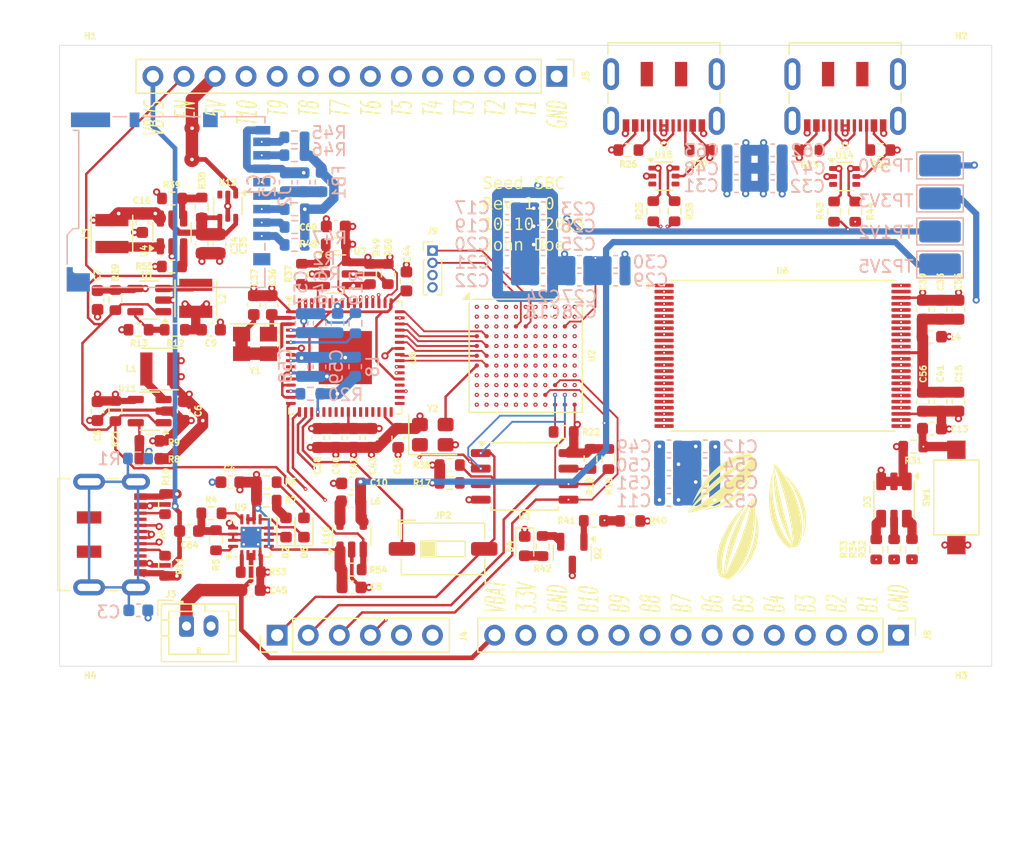
<source format=kicad_pcb>
(kicad_pcb (version 20241229) (generator "pcbnew") (generator_version "9.0")
  (layers (0 "F.Cu" signal "TOP.Cu") (4 "In1.Cu" signal "GND.Cu") (6 "In2.Cu" signal "Sig1.Cu") (8 "In3.Cu" signal "Sig2.Cu") (10 "In4.Cu" signal "PWR.Cu") (2 "B.Cu" signal "BTM.Cu") (13 "F.Paste" user) (15 "B.Paste" user) (5 "F.SilkS" user "F.Silkscreen") (7 "B.SilkS" user "B.Silkscreen") (1 "F.Mask" user) (3 "B.Mask" user) (25 "Edge.Cuts" user))
  (net 0 "")
  (net 1 "Net-(D3-BK)")
  (net 2 "GND")
  (net 3 "Net-(U1-FB)")
  (net 4 "V_SYS")
  (net 5 "Net-(U1-SW)")
  (net 6 "Net-(D3-GK)")
  (net 7 "Net-(D3-RK)")
  (net 8 "V_BAT")
  (net 9 "Net-(Q2-S)")
  (net 10 "Net-(Q2-G)")
  (net 11 "EN")
  (net 12 "/FPGA + SRAM/IO_T5")
  (net 13 "EXT_PLL2P")
  (net 14 "/FPGA + SRAM/IO_B3")
  (net 15 "/FPGA + SRAM/SD_DAT0")
  (net 16 "/FPGA + SRAM/LED_B")
  (net 17 "/FPGA + SRAM/SD_CLK")
  (net 18 "/FPGA + SRAM/FIFO_RD_B")
  (net 19 "/FPGA + SRAM/SD_DAT1")
  (net 20 "/FPGA + SRAM/FPGA/DQ11")
  (net 21 "/FPGA + SRAM/FIFO_TXE_B")
  (net 22 "/FPGA + SRAM/FPGA/SRAM_LB_B")
  (net 23 "/FPGA + SRAM/IO_T1")
  (net 24 "/FPGA + SRAM/FPGA/SRAM_CE_B")
  (net 25 "/FPGA + SRAM/FPGA/A10")
  (net 26 "/FPGA + SRAM/IO_B6")
  (net 27 "/FPGA + SRAM/SD_DAT3")
  (net 28 "/FPGA + SRAM/FPGA/A3")
  (net 29 "/FPGA + SRAM/IO_T9")
  (net 30 "/FPGA + SRAM/IO_B5")
  (net 31 "/FPGA + SRAM/FPGA/DQ14")
  (net 32 "/FPGA + SRAM/FPGA/A14")
  (net 33 "/FPGA + SRAM/FPGA/DQ7")
  (net 34 "/FPGA + SRAM/FPGA/A13")
  (net 35 "/FPGA + SRAM/FPGA/DQ3")
  (net 36 "/FPGA + SRAM/FPGA/DQ15")
  (net 37 "/FPGA + SRAM/FPGA/SPI_CNFG_SCK")
  (net 38 "EXT_PLL1N")
  (net 39 "/FPGA + SRAM/FPGA/SRAM_CE2")
  (net 40 "/FPGA + SRAM/FPGA/SPI_CNFG_DI")
  (net 41 "/FPGA + SRAM/FPGA/DQ9")
  (net 42 "/FPGA + SRAM/IO_B1")
  (net 43 "/FPGA + SRAM/FPGA/SPI_CNFG_CS")
  (net 44 "/FPGA + SRAM/FPGA/A16")
  (net 45 "/FPGA + SRAM/USB3_DP")
  (net 46 "/FPGA + SRAM/FPGA/A0")
  (net 47 "P1V2")
  (net 48 "/FPGA + SRAM/FPGA/A1")
  (net 49 "/FPGA + SRAM/IO_T3")
  (net 50 "/FPGA + SRAM/USB3_DN")
  (net 51 "/FPGA + SRAM/LED_R")
  (net 52 "/FPGA + SRAM/FIFO4")
  (net 53 "/FPGA + SRAM/FPGA/DQ6")
  (net 54 "/FPGA + SRAM/FIFO5")
  (net 55 "/FPGA + SRAM/IO_T8")
  (net 56 "/FPGA + SRAM/FPGA/A11")
  (net 57 "/SD MMC/SD_CMD")
  (net 58 "/FPGA + SRAM/FIFO3")
  (net 59 "/FPGA + SRAM/FIFO0")
  (net 60 "EXT_PLL2N")
  (net 61 "/FPGA + SRAM/FPGA/DQ2")
  (net 62 "/FPGA + SRAM/FPGA/A12")
  (net 63 "USB_VBUS")
  (net 64 "/FPGA + SRAM/FIFO_RXF_B")
  (net 65 "/FPGA + SRAM/FPGA/A17")
  (net 66 "/FPGA + SRAM/FPGA/DQ5")
  (net 67 "/FPGA + SRAM/FPGA/A15")
  (net 68 "/FPGA + SRAM/FPGA/SRAM_UB_B")
  (net 69 "/FPGA + SRAM/IO_B4")
  (net 70 "/FPGA + SRAM/FPGA/A7")
  (net 71 "/FPGA + SRAM/IO_B8")
  (net 72 "CLK")
  (net 73 "P3V3")
  (net 74 "/FPGA + SRAM/CDONE")
  (net 75 "EXT_PLL1P")
  (net 76 "/FPGA + SRAM/SD_DAT2")
  (net 77 "/FPGA + SRAM/FPGA/DQ1")
  (net 78 "/FPGA + SRAM/FPGA/DQ13")
  (net 79 "/FPGA + SRAM/FPGA/DQ10")
  (net 80 "/FPGA + SRAM/FPGA/DQ4")
  (net 81 "/FPGA + SRAM/FPGA/SRAM_OE_B")
  (net 82 "/FPGA + SRAM/FIFO1")
  (net 83 "/FPGA + SRAM/FPGA/A18")
  (net 84 "/FPGA + SRAM/FPGA/A4")
  (net 85 "/FPGA + SRAM/LED_G")
  (net 86 "/FPGA + SRAM/IO_T7")
  (net 87 "/FPGA + SRAM/FPGA/A2")
  (net 88 "/FPGA + SRAM/IO_T6")
  (net 89 "/FPGA + SRAM/FPGA/A9")
  (net 90 "/FPGA + SRAM/FPGA/DQ12")
  (net 91 "P2V5")
  (net 92 "/FPGA + SRAM/IO_T10")
  (net 93 "/FPGA + SRAM/IO_B10")
  (net 94 "/FPGA + SRAM/FIFO6")
  (net 95 "/FPGA + SRAM/FPGA/DQ8")
  (net 96 "/FPGA + SRAM/USB2_DP")
  (net 97 "/FPGA + SRAM/IO_B7")
  (net 98 "/FPGA + SRAM/FIFO7")
  (net 99 "/FPGA + SRAM/FPGA/SPI_CNFG_DO")
  (net 100 "/FPGA + SRAM/FPGA/SRAM_WE_B")
  (net 101 "/FPGA + SRAM/FPGA/DQ0")
  (net 102 "/FPGA + SRAM/IO_T2")
  (net 103 "/FPGA + SRAM/IO_B2")
  (net 104 "/FPGA + SRAM/FPGA/A19")
  (net 105 "/FPGA + SRAM/FPGA/A8")
  (net 106 "/FPGA + SRAM/FIFO2")
  (net 107 "/FPGA + SRAM/USB2_DN")
  (net 108 "/FPGA + SRAM/FPGA/A6")
  (net 109 "/FPGA + SRAM/IO_T4")
  (net 110 "/FPGA + SRAM/FPGA/A5")
  (net 111 "/FPGA + SRAM/USR_BTN1")
  (net 112 "/FPGA + SRAM/FIFO_WR_B")
  (net 113 "/FPGA + SRAM/IO_B9")
  (net 114 "Net-(U3-~{HOLD}{slash}~{RESET}{slash}IO_{3})")
  (net 115 "Net-(U3-~{WP}{slash}IO_{2})")
  (net 116 "P5V")
  (net 117 "Net-(U4-V_{FB})")
  (net 118 "Net-(U4-SW)")
  (net 120 "/FPGA + SRAM/SRAM/VCC")
  (net 123 "Net-(U7-CS)")
  (net 124 "Net-(U7-DI)")
  (net 125 "Net-(U7-CLK)")
  (net 126 "Net-(U7-DO)")
  (net 127 "Net-(U8-REF)")
  (net 129 "Net-(U8-~{RESET})")
  (net 132 "/USB/D1+")
  (net 133 "/USB/D1-")
  (net 134 "/USB/1.8V")
  (net 137 "Net-(U8-VPLL)")
  (net 139 "Net-(U8-OSCI)")
  (net 147 "Net-(U8-VPHY)")
  (net 148 "Net-(U8-OSCO)")
  (net 152 "Net-(U9-TS)")
  (net 153 "Net-(D6-K)")
  (net 154 "Net-(U9-ISET)")
  (net 155 "Net-(U9-ILIM)")
  (net 156 "Net-(D2-K)")
  (net 157 "Net-(U10-SW)")
  (net 158 "Net-(U11-FB)")
  (net 159 "Net-(U11-SW)")
  (net 160 "/USB/D3+")
  (net 162 "/USB/D3-")
  (net 163 "USB_VBUS2")
  (net 167 "/USB/D2-")
  (net 168 "/USB/D2+")
  (net 171 "Net-(J7-CC2)")
  (net 172 "Net-(J7-CC1)")
  (net 173 "Net-(J1-CC1)")
  (net 174 "Net-(J1-CC2)")
  (net 175 "Net-(J6-SHIELD)")
  (net 176 "Net-(J6-CC2)")
  (net 177 "Net-(J6-CC1)")
  (net 178 "/SD MMC/3.3V")
  (net 179 "Net-(D6-A)")
  (net 180 "Net-(D2-A)")
  (net 181 "Net-(D4-A)")
  (net 183 "/FPGA + SRAM/SPI_CNFG_CS_B")
  (net 184 "/FPGA + SRAM/FPGA/CRESET_B")
  (net 185 "/FPGA + SRAM/FPGA/F")
  (footprint "Resistor_SMD:R_0603_1608Metric" (layer "F.Cu") (at 148.095 84.77 180)
    (property "Reference" "R26")
    (property "Value" "56k")
  )
  (footprint "Resistor_SMD:R_0603_1608Metric" (layer "F.Cu") (at 106.154 106.1196 90)
    (property "Reference" "R21")
    (property "Value" "10k")
  )
  (footprint "Resistor_SMD:R_0603_1608Metric" (layer "F.Cu") (at 168.36 117.435 90)
    (property "Reference" "R33")
    (property "Value" "20R")
  )
  (footprint "Resistor_SMD:R_0603_1608Metric" (layer "F.Cu") (at 162.895 84.77 180)
    (property "Reference" "R23")
    (property "Value" "56k")
  )
  (footprint "Capacitor_SMD:C_0603_1608Metric" (layer "F.Cu") (at 173.62 97.83 90)
    (property "Reference" "C33")
    (property "Value" "100nF")
  )
  (footprint "Package_TO_SOT_SMD:SOT-23" (layer "F.Cu") (at 143.51 117.7525 -90)
    (property "Reference" "Q2")
    (property "Value" "BSS84")
  )
  (footprint "Resistor_SMD:R_0603_1608Metric" (layer "F.Cu") (at 145 110.035 90)
    (property "Reference" "R18")
    (property "Value" "4.7k")
  )
  (footprint "Connector_USB:USB_C_Receptacle_JAE_DX07S016JA1R1500" (layer "F.Cu") (at 105.1525 116.225 -90)
    (property "Reference" "J6")
    (property "Value" "USB_C_Receptacle_USB2.0_14P")
  )
  (footprint "Capacitor_SMD:C_0603_1608Metric" (layer "F.Cu") (at 124.17 108.325 90)
    (property "Reference" "C40")
    (property "Value" "0.1uF")
  )
  (footprint "Resistor_SMD:R_0603_1608Metric" (layer "F.Cu") (at 117.225 119.3)
    (property "Reference" "R53")
    (property "Value" "10k")
  )
  (footprint "Inductor_SMD:L_Neosid_SMS-ME3010" (layer "F.Cu") (at 109.7865 102.6796)
    (property "Reference" "L1")
    (property "Value" "2.2uH")
  )
  (footprint "Inductor_SMD:L_Neosid_SMS-ME3010" (layer "F.Cu") (at 112.7252 96.9012 -90)
    (property "Reference" "L2")
    (property "Value" "2.2uH")
  )
  (footprint "LED_SMD:LED_ROHM_SMLVN6" (layer "F.Cu") (at 169.81 113.4 -90)
    (property "Reference" "D3")
    (property "Value" "SMLVN6RGB")
  )
  (footprint "Capacitor_SMD:C_0603_1608Metric" (layer "F.Cu") (at 108.3516 90.7324 -90)
    (property "Reference" "C16")
    (property "Value" "10uF")
  )
  (footprint "Resistor_SMD:R_0603_1608Metric" (layer "F.Cu") (at 151.87 89.7742 -90)
    (property "Reference" "R35")
    (property "Value" "20R")
  )
  (footprint "Capacitor_SMD:C_0603_1608Metric" (layer "F.Cu") (at 175.09 97.83 90)
    (property "Reference" "C55")
    (property "Value" "22nF")
  )
  (footprint "Resistor_SMD:R_0603_1608Metric" (layer "F.Cu") (at 168.695 84.77)
    (property "Reference" "R24")
    (property "Value" "56k")
  )
  (footprint "Connector_JST:JST_PH_B2B-PH-K_1x02_P2.00mm_Vertical" (layer "F.Cu") (at 111.97 123.71)
    (property "Reference" "J3")
    (property "Value" "Conn_01x02_Pin")
  )
  (footprint "Capacitor_SMD:C_0603_1608Metric" (layer "F.Cu") (at 115.555 111.94 180)
    (property "Reference" "C4")
    (property "Value" "4.7uF")
  )
  (footprint "Resistor_SMD:R_0603_1608Metric" (layer "F.Cu") (at 110.2125 113.73 90)
    (property "Reference" "R10")
    (property "Value" "5.1k")
  )
  (footprint "Button_Switch_SMD:SW_DIP_SPSTx01_Slide_6.7x4.1mm_W6.73mm_P2.54mm_LowProfile_JPin" (layer "F.Cu") (at 132.9436 117.3988)
    (property "Reference" "JP2")
    (property "Value" "Jumper_2_Small_Open")
  )
  (footprint "Resistor_SMD:R_0603_1608Metric" (layer "F.Cu") (at 146.46 110.045 90)
    (property "Reference" "R16")
    (property "Value" "4.7k")
  )
  (footprint "Package_TO_SOT_SMD:SOT-23-5" (layer "F.Cu") (at 108.9565 106.1246 180)
    (property "Reference" "U11")
    (property "Value" "TLV62569DBV")
  )
  (footprint "LED_SMD:LED_0603_1608Metric" (layer "F.Cu") (at 121.57 115.6475 90)
    (property "Reference" "D6")
    (property "Value" "LED")
  )
  (footprint "Package_TO_SOT_SMD:SOT-23-5" (layer "F.Cu") (at 108.9257 97.0432 180)
    (property "Reference" "U1")
    (property "Value" "TLV62568DBV")
  )
  (footprint "Package_TO_SOT_SMD:SOT-23-6" (layer "F.Cu") (at 110.7816 91.5099 90)
    (property "Reference" "U4")
    (property "Value" "TLV61070ADBV")
  )
  (footprint "Resistor_SMD:R_0603_1608Metric" (layer "F.Cu") (at 108.0482 99.4732)
    (property "Reference" "R13")
    (property "Value" "100k")
  )
  (footprint "Capacitor_SMD:C_0603_1608Metric" (layer "F.Cu") (at 173.62 105.355 -90)
    (property "Reference" "C41")
    (property "Value" "1uF")
  )
  (footprint "Resistor_SMD:R_0603_1608Metric" (layer "F.Cu") (at 108.939 108.5596 180)
    (property "Reference" "R9")
    (property "Value" "100k")
  )
  (footprint "Resistor_SMD:R_0603_1608Metric" (layer "F.Cu") (at 124.175 92.4796)
    (property "Reference" "R48")
    (property "Value" "10k")
  )
  (footprint "Package_TO_SOT_SMD:SOT-363_SC-70-6" (layer "F.Cu") (at 165.78 86.9292)
    (property "Reference" "U14")
    (property "Value" "NUP2202")
  )
  (footprint "Package_DFN_QFN:QFN-64-1EP_9x9mm_P0.5mm_EP4.35x4.35mm" (layer "F.Cu") (at 124.95 101.75)
    (property "Reference" "U8")
    (property "Value" "FT2232HQ")
  )
  (footprint "Capacitor_SMD:C_0603_1608Metric" (layer "F.Cu") (at 125.63 108.325 90)
    (property "Reference" "C42")
    (property "Value" "0.1uF")
  )
  (footprint "Resistor_SMD:R_0603_1608Metric" (layer "F.Cu") (at 114.3775 116.69 90)
    (property "Reference" "R5")
    (property "Value" "4.32k")
  )
  (footprint "Capacitor_SMD:C_0603_1608Metric" (layer "F.Cu") (at 175.08 105.355 -90)
    (property "Reference" "C15")
    (property "Value" "100nF")
  )
  (footprint "Button_Switch_SMD:SW_SPST_CK_RS282G05A3" (layer "F.Cu") (at 174.91 113.19 90)
    (property "Reference" "SW1")
    (property "Value" "SW_Push")
  )
  (footprint "MountingHole:MountingHole_2.2mm_M2" (layer "F.Cu") (at 175.3 78.7)
    (property "Reference" "H2")
    (property "Value" "MountingHole")
  )
  (footprint "Resistor_SMD:R_0603_1608Metric" (layer "F.Cu") (at 128.43 94.9146 90)
    (property "Reference" "R50")
    (property "Value" "10k")
  )
  (footprint "Resistor_SMD:R_0603_1608Metric" (layer "F.Cu") (at 126.97 94.9096 90)
    (property "Reference" "R49")
    (property "Value" "10k")
  )
  (footprint "Resistor_SMD:R_0603_1608Metric" (layer "F.Cu") (at 133.485 112 180)
    (property "Reference" "R17")
    (property "Value" "4.7k")
  )
  (footprint "Capacitor_SMD:C_0603_1608Metric" (layer "F.Cu") (at 117.4688 97.455 90)
    (property "Reference" "C37")
    (property "Value" "27pF")
  )
  (footprint "Resistor_SMD:R_0603_1608Metric" (layer "F.Cu") (at 153.925 84.77)
    (property "Reference" "R27")
    (property "Value" "56k")
  )
  (footprint "Resistor_SMD:R_0603_1608Metric" (layer "F.Cu") (at 114.0075 114.485 180)
    (property "Reference" "R4")
    (property "Value" "2.94k")
  )
  (footprint "Package_TO_SOT_SMD:SOT-23-6" (layer "F.Cu") (at 124.18 94.9096)
    (property "Reference" "U7")
    (property "Value" "93LCxxBxxOT")
  )
  (footprint "Package_BGA:BGA-121_9.0x9.0mm_Layout11x11_P0.8mm_Ball0.4mm_Pad0.35mm_NSMD" (layer "F.Cu") (at 139.7 101.6)
    (property "Reference" "U2")
    (property "Value" "a")
  )
  (footprint "Crystal:Crystal_SMD_Abracon_ABM8AIG-4Pin_3.2x2.5mm" (layer "F.Cu") (at 117.5688 100.63 180)
    (property "Reference" "Y1")
    (property "Value" "12MHz")
  )
  (footprint "Connector_USB:USB_C_Receptacle_JAE_DX07S016JA1R1500" (layer "F.Cu") (at 165.82 79.71 180)
    (property "Reference" "J1")
    (property "Value" "USB_C_Receptacle_USB2.0_14P")
  )
  (footprint "LED_SMD:LED_0603_1608Metric" (layer "F.Cu") (at 139.62 117.1725 -90)
    (property "Reference" "D4")
    (property "Value" "LED")
  )
  (footprint "Connector_USB:USB_C_Receptacle_JAE_DX07S016JA1R1500" (layer "F.Cu") (at 151 79.71 180)
    (property "Reference" "J7")
    (property "Value" "USB_C_Receptacle_USB2.0_14P")
  )
  (footprint "Capacitor_SMD:C_0603_1608Metric" (layer "F.Cu") (at 172.16 105.355 -90)
    (property "Reference" "C56")
    (property "Value" "1uF")
  )
  (footprint "Resistor_SMD:R_0603_1608Metric" (layer "F.Cu") (at 148.235 115.11)
    (property "Reference" "R40")
    (property "Value" "2.2k")
  )
  (footprint "Connector_PinHeader_2.54mm:PinHeader_1x06_P2.54mm_Vertical" (layer "F.Cu") (at 119.38 124.46 90)
    (property "Reference" "J4")
    (property "Value" "Conn_01x06_Pin")
  )
  (footprint "Resistor_SMD:R_0603_1608Metric" (layer "F.Cu") (at 121.4 94.8946 -90)
    (property "Reference" "R37")
    (property "Value" "2.2k")
  )
  (footprint "Resistor_SMD:R_0603_1608Metric" (layer "F.Cu") (at 166.64 89.8092 -90)
    (property "Reference" "R44")
    (property "Value" "20R")
  )
  (footprint "Capacitor_SMD:C_0603_1608Metric" (layer "F.Cu") (at 113.2116 92.4374 -90)
    (property "Reference" "C34")
    (property "Value" "22uF")
  )
  (footprint "Package_SO:SOIC-8_5.3x5.3mm_P1.27mm" (layer "F.Cu") (at 139.6125 111.465)
    (property "Reference" "U3")
    (property "Value" "W25Q32JVSS")
  )
  (footprint "Capacitor_SMD:C_0603_1608Metric" (layer "F.Cu") (at 113.9632 99.4732)
    (property "Reference" "C9")
    (property "Value" "10uF")
  )
  (footprint "Resistor_SMD:R_0603_1608Metric" (layer "F.Cu") (at 110.7766 94.2924)
    (property "Reference" "R55")
    (property "Value" "10k")
  )
  (footprint "Capacitor_SMD:C_0603_1608Metric" (layer "F.Cu") (at 172.915 107.56)
    (property "Reference" "C13")
    (property "Value" "4.7uF")
  )
  (footprint "Resistor_SMD:R_0603_1608Metric" (layer "F.Cu") (at 118.5125 111.94 180)
    (property "Reference" "R6")
    (property "Value" "10k")
  )
  (footprint "Resistor_SMD:R_0603_1608Metric" (layer "F.Cu") (at 108.939 110.0196)
    (property "Reference" "R8")
    (property "Value" "450k")
  )
  (footprint "Capacitor_SMD:C_0603_1608Metric" (layer "F.Cu") (at 112.175 115.94)
    (property "Reference" "C64")
    (property "Value" "1uF")
  )
  (footprint "Resistor_SMD:R_0603_1608Metric" (layer "F.Cu") (at 171.385 109.03 180)
    (property "Reference" "R31")
    (property "Value" "10k")
  )
  (footprint "Capacitor_SMD:C_0603_1608Metric" (layer "F.Cu") (at 111.734 106.1146 -90)
    (property "Reference" "C6")
    (property "Value" "10uF")
  )
  (footprint "MountingHole:MountingHole_2.2mm_M2" (layer "F.Cu") (at 104.1 78.7)
    (property "Reference" "H1")
    (property "Value" "MountingHole")
  )
  (footprint "Resistor_SMD:R_0603_1608Metric" (layer "F.Cu") (at 142.805 107.83)
    (property "Reference" "R22")
    (property "Value" "10k")
  )
  (footprint "Resistor_SMD:R_0603_1608Metric" (layer "F.Cu") (at 110.7866 88.7324)
    (property "Reference" "R39")
    (property "Value" "62k")
  )
  (footprint "Capacitor_SMD:C_0603_1608Metric" (layer "F.Cu") (at 104.684 106.1196 -90)
    (property "Reference" "C5")
    (property "Value" "4.7uF")
  )
  (footprint "Capacitor_SMD:C_0603_1608Metric" (layer "F.Cu") (at 172.16 97.83 90)
    (property "Reference" "C39")
    (property "Value" "1uF")
  )
  (footprint "Package_TO_SOT_SMD:SOT-363_SC-70-6" (layer "F.Cu") (at 151 86.8992)
    (property "Reference" "U15")
    (property "Value" "NUP2202")
  )
  (footprint "Inductor_SMD:L_0603_1608Metric" (layer "F.Cu") (at 125.4125 113.5)
    (property "Reference" "L6")
    (property "Value" "2.2uH")
  )
  (footprint "Oscillator:Oscillator_SMD_Abracon_ASE-4Pin_3.2x2.5mm" (layer "F.Cu") (at 132.1 108.055)
    (property "Reference" "Y2")
    (property "Value" "ASE-xxxMHz")
  )
  (footprint "Resistor_SMD:R_0603_1608Metric" (layer "F.Cu") (at 125.463 119.0884)
    (property "Reference" "R54")
    (property "Value" "10k")
  )
  (footprint "Resistor_SMD:R_0603_1608Metric" (layer "F.Cu") (at 141.08 117.165 90)
    (property "Reference" "R42")
    (property "Value" "270R")
  )
  (footprint "Capacitor_SMD:C_0603_1608Metric" (layer "F.Cu") (at 129.27 108.325 -90)
    (property "Reference" "C14")
    (property "Value" "0.01uF")
  )
  (footprint "Inductor_SMD:L_0603_1608Metric" (layer "F.Cu") (at 172.9025 100.04 180)
    (property "Reference" "L4")
    (property "Value" "600R")
  )
  (footprint "Inductor_SMD:L_Neosid_SMS-ME3010" (layer "F.Cu") (at 105.8716 91.6024 -90)
    (property "Reference" "L3")
    (property "Value" "2.2uH")
  )
  (footprint "Resistor_SMD:R_0603_1608Metric" (layer "F.Cu") (at 111.0082 99.4732)
    (property "Reference" "R12")
    (property "Value" "100k")
  )
  (footprint "Resistor_SMD:R_0603_1608Metric" (layer "F.Cu") (at 169.82 117.435 90)
    (property "Reference" "R34")
    (property "Value" "60R")
  )
  (footprint "MountingHole:MountingHole_2.2mm_M2" (layer "F.Cu") (at 104.1 124.5)
    (property "Reference" "H4")
    (property "Value" "MountingHole")
  )
  (footprint "Package_TO_SOT_SMD:SOT-363_SC-70-6" (layer "F.Cu") (at 115.3416 89.3624 -90)
    (property "Reference" "U12")
    (property "Value" "MIC94093YC6")
  )
  (footprint "Capacitor_SMD:C_0603_1608Metric" (layer "F.Cu") (at 114.6716 92.4374 -90)
    (property "Reference" "C35")
    (property "Value" "22uF")
  )
  (footprint "logos:seeds" (layer "F.Cu") (at 158.12 114.62)
    (property "Reference" "G***" (hide yes))
    (property "Value" "LOGO" (hide yes))
  )
  (footprint "Package_SO:TSOP-I-48_18.4x12mm_P0.5mm" (layer "F.Cu") (at 160.7 101.6)
    (property "Reference" "U6")
    (property "Value" "AS6C1616")
  )
  (footprint "Resistor_SMD:R_0603_1608Metric" (layer "F.Cu") (at 118.5125 113.44 180)
    (property "Reference" "R7")
    (property "Value" "10k")
  )
  (footprint "Capacitor_SMD:C_0603_1608Metric" (layer "F.Cu") (at 122.71 108.325 90)
    (property "Reference" "C38")
    (property "Value" "0.1uF")
  )
  (footprint "Package_DFN_QFN:VQFN-16-1EP_3x3mm_P0.5mm_EP1.68x1.68mm_ThermalVias" (layer "F.Cu") (at 117.2375 116.44 90)
    (property "Reference" "U9")
    (property "Value" "BQ24230RGT")
  )
  (footprint "Capacitor_SMD:C_0603_1608Metric" (layer "F.Cu") (at 118.9388 97.455 90)
    (property "Reference" "C36")
    (property "Value" "27pF")
  )
  (footprint "Package_TO_SOT_SMD:TSOT-23-5" (layer "F.Cu") (at 125.468 116.3159 90)
    (property "Reference" "U10")
    (property "Value" "PAM2305AAB250")
  )
  (footprint "Resistor_SMD:R_0603_1608Metric" (layer "F.Cu") (at 113.2116 89.4824 -90)
    (property "Reference" "R38")
    (property "Value" "560k")
  )
  (footprint "Resistor_SMD:R_0603_1608Metric" (layer "F.Cu") (at 164.91 89.8042 -90)
    (property "Reference" "R43")
    (property "Value" "20R")
  )
  (footprint "MountingHole:MountingHole_2.2mm_M2" (layer "F.Cu") (at 175.3 124.5)
    (property "Reference" "H3")
    (property "Value" "MountingHole")
  )
  (footprint "Capacitor_SMD:C_0603_1608Metric" (layer "F.Cu") (at 129.9464 95.517 90)
    (property "Reference" "C44")
    (property "Value" "3.3uF")
  )
  (footprint "Capacitor_SMD:C_0603_1608Metric" (layer "F.Cu") (at 104.6932 97.0382 -90)
    (property "Reference" "C7")
    (property "Value" "4.7uF")
  )
  (footprint "Capacitor_SMD:C_0603_1608Metric" (layer "F.Cu") (at 117.225 120.77)
    (property "Reference" "C45")
    (property "Value" "4.7uF")
  )
  (footprint "Capacitor_SMD:C_0603_1608Metric" (layer "F.Cu") (at 127.09 108.325 90)
    (property "Reference" "C43")
    (property "Value" "0.1uF")
  )
  (footprint "Resistor_SMD:R_0603_1608Metric" (layer "F.Cu") (at 171.28 117.425 90)
    (property "Reference" "R32")
    (property "Value" "20R")
  )
  (footprint "Capacitor_SMD:C_0603_1608Metric" (layer "F.Cu") (at 125.423 112.0384 180)
    (property "Reference" "C10")
    (property "Value" "10uF")
  )
  (footprint "Resistor_SMD:R_0603_1608Metric" (layer "F.Cu") (at 145.275 115.1 180)
    (property "Reference" "R41")
    (property "Value" "100R")
  )
  (footprint "Resistor_SMD:R_0603_1608Metric" (layer "F.Cu") (at 106.1532 97.0432 90)
    (property "Reference" "R29")
    (property "Value" "10k")
  )
  (footprint "Resistor_SMD:R_0603_1608Metric" (layer "F.Cu") (at 150.13 89.7742 -90)
    (property "Reference" "R25")
    (property "Value" "20R")
  )
  (footprint "LED_SMD:LED_0603_1608Metric" (layer "F.Cu") (at 120.1 115.6475 90)
    (property "Reference" "D2")
    (property "Value" "LED")
  )
  (footprint "Connector_PinHeader_2.54mm:PinHeader_1x14_P2.54mm_Vertical" (layer "F.Cu") (at 170.18 124.46 -90)
    (property "Reference" "J8")
    (property "Value" "Conn_01x14_Pin")
  )
  (footprint "Connector_PinHeader_2.54mm:PinHeader_1x14_P2.54mm_Vertical" (layer "F.Cu") (at 142.24 78.74 -90)
    (property "Reference" "J5")
    (property "Value" "Conn_01x14_Pin")
  )
  (footprint "Connector_PinHeader_1.00mm:PinHeader_1x04_P1.00mm_Vertical" (layer "F.Cu") (at 132.08 93)
    (property "Reference" "J9")
    (property "Value" "Conn_01x04_Pin")
  )
  (footprint "Resistor_SMD:R_0603_1608Metric" (layer "F.Cu") (at 133.49 110.54 180)
    (property "Reference" "R36")
    (property "Value" "4.7k")
  )
  (footprint "Capacitor_SMD:C_0603_1608Metric" (layer "F.Cu") (at 125.463 120.5484)
    (property "Reference" "C8")
    (property "Value" "10uF")
  )
  (footprint "Resistor_SMD:R_0603_1608Metric" (layer "F.Cu") (at 110.2125 118.78 -90)
    (property "Reference" "R11")
    (property "Value" "5.1k")
  )
  (footprint "Capacitor_SMD:C_0603_1608Metric" (layer "F.Cu") (at 124.175 91.0196 180)
    (property "Reference" "C60")
    (property "Value" "0.1uF")
  )
  (footprint "Capacitor_SMD:C_0603_1608Metric" (layer "B.Cu") (at 121.38 98.935 90)
    (property "Reference" "C57")
    (property "Value" "100n")
  )
  (footprint "Capacitor_SMD:C_0603_1608Metric" (layer "B.Cu") (at 141.125 90.99)
    (property "Reference" "C26")
    (property "Value" "10nF")
  )
  (footprint "Capacitor_SMD:C_0603_1608Metric" (layer "B.Cu") (at 154.375 109.01)
    (property "Reference" "C12")
    (property "Value" "10nF")
  )
  (footprint "Resistor_SMD:R_0603_1608Metric" (layer "B.Cu") (at 122.105 104.71 180)
    (property "Reference" "R20")
    (property "Value" "10k")
  )
  (footprint "TestPoint:TestPoint_Keystone_5015_Micro_Mini" (layer "B.Cu") (at 173.57 88.73 180)
    (property "Reference" "TP3V3")
    (property "Value" "TestPoint_Flag")
  )
  (footprint "Inductor_SMD:L_0603_1608Metric" (layer "B.Cu") (at 125.76 102.4925 90)
    (property "Reference" "L8")
    (property "Value" "600")
  )
  (footprint "Capacitor_SMD:C_0603_1608Metric" (layer "B.Cu") (at 159.89 86.26 180)
    (property "Reference" "C47")
    (property "Value" "10nF")
  )
  (footprint "Resistor_SMD:R_0603_1608Metric" (layer "B.Cu") (at 120.815 92.53 180)
    (property "Reference" "R3")
    (property "Value" "10k")
  )
  (footprint "Capacitor_SMD:C_0603_1608Metric" (layer "B.Cu") (at 154.375 111.93)
    (property "Reference" "C53")
    (property "Value" "10nF")
  )
  (footprint "Capacitor_SMD:C_0603_1608Metric" (layer "B.Cu") (at 121.55 87.405 90)
    (property "Reference" "C2")
    (property "Value" "10uF")
  )
  (footprint "Capacitor_SMD:C_0603_1608Metric" (layer "B.Cu") (at 151.415 113.39 180)
    (property "Reference" "C11")
    (property "Value" "100nF")
  )
  (footprint "TestPoint:TestPoint_Keystone_5015_Micro_Mini" (layer "B.Cu") (at 173.57 91.43 180)
    (property "Reference" "TP1V2")
    (property "Value" "TestPoint_Flag")
  )
  (footprint "Capacitor_SMD:C_0603_1608Metric" (layer "B.Cu") (at 141.125 92.45)
    (property "Reference" "C25")
    (property "Value" "10nF")
  )
  (footprint "Connector_Card:microSD_HC_Hirose_DM3BT-DSF-PEJS" (layer "B.Cu") (at 110.495 89.025 90)
    (property "Reference" "J2")
    (property "Value" "Micro_SD_Card")
  )
  (footprint "Capacitor_SMD:C_0603_1608Metric" (layer "B.Cu") (at 122.85 98.935 90)
    (property "Reference" "C46")
    (property "Value" "4.7uF")
  )
  (footprint "Resistor_SMD:R_0603_1608Metric" (layer "B.Cu") (at 120.795 85.19 180)
    (property "Reference" "R46")
    (property "Value" "10k")
  )
  (footprint "Capacitor_SMD:C_0603_1608Metric" (layer "B.Cu") (at 138.165 89.53 180)
    (property "Reference" "C17")
    (property "Value" "100nF")
  )
  (footprint "Capacitor_SMD:C_0603_1608Metric" (layer "B.Cu") (at 144.085 93.91 180)
    (property "Reference" "C27")
    (property "Value" "100nF")
  )
  (footprint "Capacitor_SMD:C_0603_1608Metric" (layer "B.Cu") (at 156.93 87.73)
    (property "Reference" "C31")
    (property "Value" "100nF")
  )
  (footprint "Capacitor_SMD:C_0603_1608Metric" (layer "B.Cu") (at 122.84 102.505 -90)
    (property "Reference" "C59")
    (property "Value" "100n")
  )
  (footprint "Capacitor_SMD:C_0603_1608Metric" (layer "B.Cu") (at 138.165 92.45 180)
    (property "Reference" "C20")
    (property "Value" "100nF")
  )
  (footprint "Capacitor_SMD:C_0603_1608Metric" (layer "B.Cu") (at 147.045 93.91)
    (property "Reference" "C30")
    (property "Value" "10nF")
  )
  (footprint "Capacitor_SMD:C_0603_1608Metric" (layer "B.Cu") (at 141.125 93.91)
    (property "Reference" "C24")
    (property "Value" "10nF")
  )
  (footprint "TestPoint:TestPoint_Keystone_5015_Micro_Mini" (layer "B.Cu") (at 173.57 94.13 180)
    (property "Reference" "TP2V5")
    (property "Value" "TestPoint_Flag")
  )
  (footprint "Resistor_SMD:R_0603_1608Metric" (layer "B.Cu") (at 125.78 98.935 -90)
    (property "Reference" "R19")
    (property "Value" "12k")
  )
  (footprint "Capacitor_SMD:C_0603_1608Metric" (layer "B.Cu") (at 138.165 90.99 180)
    (property "Reference" "C19")
    (property "Value" "100nF")
  )
  (footprint "Capacitor_SMD:C_0603_1608Metric" (layer "B.Cu") (at 159.89 87.73 180)
    (property "Reference" "C32")
    (property "Value" "100nF")
  )
  (footprint "Capacitor_SMD:C_0603_1608Metric" (layer "B.Cu") (at 141.125 95.37)
    (property "Reference" "C18")
    (property "Value" "10nF")
  )
  (footprint "Capacitor_SMD:C_0603_1608Metric" (layer "B.Cu") (at 120.08 87.405 90)
    (property "Reference" "C1")
    (property "Value" "100nF")
  )
  (footprint "Capacitor_SMD:C_0603_1608Metric" (layer "B.Cu") (at 141.125 89.53)
    (property "Reference" "C23")
    (property "Value" "10nF")
  )
  (footprint "Capacitor_SMD:C_0603_1608Metric" (layer "B.Cu") (at 151.415 110.47 180)
    (property "Reference" "C50")
    (property "Value" "100nF")
  )
  (footprint "Capacitor_SMD:C_0603_1608Metric" (layer "B.Cu") (at 156.93 84.79)
    (property "Reference" "C63")
    (property "Value" "2.2uF")
  )
  (footprint "Inductor_SMD:L_0603_1608Metric" (layer "B.Cu") (at 123.01 87.39 90)
    (property "Reference" "FB1")
    (property "Value" "600R")
  )
  (footprint "Capacitor_SMD:C_0603_1608Metric" (layer "B.Cu") (at 156.93 86.26)
    (property "Reference" "C48")
    (property "Value" "10nF")
  )
  (footprint "TestPoint:TestPoint_Keystone_5015_Micro_Mini" (layer "B.Cu") (at 173.57 86.03 180)
    (property "Reference" "TP5V0")
    (property "Value" "TestPoint_Flag")
  )
  (footprint "Capacitor_SMD:C_0603_1608Metric" (layer "B.Cu") (at 154.375 110.47)
    (property "Reference" "C54")
    (property "Value" "10nF")
  )
  (footprint "Capacitor_SMD:C_0603_1608Metric" (layer "B.Cu") (at 151.415 111.93 180)
    (property "Reference" "C51")
    (property "Value" "100nF")
  )
  (footprint "Capacitor_SMD:C_0603_1608Metric" (layer "B.Cu") (at 138.165 93.91 180)
    (property "Reference" "C21")
    (property "Value" "100nF")
  )
  (footprint "Capacitor_SMD:C_0603_1608Metric" (layer "B.Cu") (at 147.045 95.37)
    (property "Reference" "C29")
    (property "Value" "10nF")
  )
  (footprint "Capacitor_SMD:C_0603_1608Metric" (layer "B.Cu") (at 159.89 84.79 180)
    (property "Reference" "C62")
    (property "Value" "2.2uF")
  )
  (footprint "Capacitor_SMD:C_0603_1608Metric" (layer "B.Cu") (at 108.03 122.42)
    (property "Reference" "C3")
    (property "Value" "100nF")
  )
  (footprint "Inductor_SMD:L_0603_1608Metric" (layer "B.Cu") (at 124.32 98.93 -90)
    (property "Reference" "L7")
    (property "Value" "600")
  )
  (footprint "Capacitor_SMD:C_0603_1608Metric" (layer "B.Cu") (at 144.085 95.37 180)
    (property "Reference" "C28")
    (property "Value" "100nF")
  )
  (footprint "Resistor_SMD:R_0603_1608Metric" (layer "B.Cu") (at 120.815 89.61 180)
    (property "Reference" "R47")
    (property "Value" "10k")
  )
  (footprint "Resistor_SMD:R_0603_1608Metric" (layer "B.Cu") (at 120.815 91.07 180)
    (property "Reference" "R2")
    (property "Value" "10k")
  )
  (footprint "Capacitor_SMD:C_0603_1608Metric" (layer "B.Cu") (at 138.165 95.37 180)
    (property "Reference" "C22")
    (property "Value" "100nF")
  )
  (footprint "Resistor_SMD:R_0603_1608Metric" (layer "B.Cu") (at 108 110)
    (property "Reference" "R1")
    (property "Value" "1M")
  )
  (footprint "Capacitor_SMD:C_0603_1608Metric" (layer "B.Cu") (at 121.38 102.505 -90)
    (property "Reference" "C58")
    (property "Value" "4.7uF")
  )
  (footprint "Capacitor_SMD:C_0603_1608Metric" (layer "B.Cu") (at 154.375 113.4)
    (property "Reference" "C52")
    (property "Value" "10nF")
  )
  (footprint "Resistor_SMD:R_0603_1608Metric" (layer "B.Cu") (at 120.795 83.73 180)
    (property "Reference" "R45")
    (property "Value" "10k")
  )
  (footprint "Capacitor_SMD:C_0603_1608Metric" (layer "B.Cu") (at 151.415 109.01 180)
    (property "Reference" "C49")
    (property "Value" "100nF")
  )
  (gr_rect (start 101.6 76.2) (end 177.8 127) (stroke (width 0.05)) (fill no) (layer "Edge.Cuts"))
  (gr_text "VBAT\n3.3V\nGND\nB10\nB9\nB8\nB7\nB6\nB5\nB4\nB3\nB2\nB1\nGND" (at 171.13 122.78 90) (layer "F.SilkS") (effects (font (size 1.5748 0.762) (thickness 0.127) (bold yes) (italic yes)) (justify left bottom)))
  (gr_text "Seed SBC\nRev 1.0\n10-10-2025\nJohn Doe" (at 136.17 93.16 0) (layer "F.SilkS") (effects (font (size 1 1) (thickness 0.125)) (justify left bottom)))
  (gr_text "VBUS\nEN\n5V\nT10\nT9\nT8\nT7\nT6\nT5\nT4\nT3\nT2\nT1\nGND" (at 143.21 80.67 90) (layer "F.SilkS") (effects (font (size 1.5748 0.762) (thickness 0.127) (bold yes) (italic yes)) (justify right bottom)))
  (segment (start 171.28 116.6) (end 171.28 115.345) (width 0.762) (layer "F.Cu") (net 1))
  (segment (start 171.28 115.345) (end 170.86 114.925) (width 0.762) (layer "F.Cu") (net 1))
  (segment (start 117.9875 115.69) (end 117.8275 115.85) (width 0.2) (layer "F.Cu") (net 2))
  (segment (start 122.71 107.55) (end 124.17 107.55) (width 0.889) (layer "F.Cu") (net 2))
  (segment (start 107.726297 91.50816) (end 107.727057 91.5074) (width 0.2) (layer "F.Cu") (net 2))
  (segment (start 111.185 112.905) (end 111.19 112.91) (width 0.762) (layer "F.Cu") (net 2))
  (segment (start 104.684 106.8946) (end 104.0646 106.8946) (width 0.254) (layer "F.Cu") (net 2))
  (segment (start 121.56 98.644202) (end 121.56 98.76) (width 0.2) (layer "F.Cu") (net 2))
  (segment (start 139.619565 115.800871) (end 139.62 115.801306) (width 0.2) (layer "F.Cu") (net 2))
  (segment (start 120 105) (end 119.799 104.799) (width 0.2) (layer "F.Cu") (net 2))
  (segment (start 172.16 97.055) (end 173.62 97.055) (width 0.889) (layer "F.Cu") (net 2))
  (segment (start 111.175 119.605) (end 111.18 119.61) (width 0.762) (layer "F.Cu") (net 2))
  (segment (start 110.310862 108.5596) (end 109.764 108.5596) (width 0.762) (layer "F.Cu") (net 2))
  (segment (start 113.1825 115.7075) (end 112.95 115.94) (width 0.635) (layer "F.Cu") (net 2))
  (segment (start 127.674462 96.618681) (end 127.674462 97.274462) (width 0.2) (layer "F.Cu") (net 2))
  (segment (start 122.2 107.55) (end 122.71 107.55) (width 0.2) (layer "F.Cu") (net 2))
  (segment (start 114.7025 116.19) (end 115.775 116.19) (width 0.2) (layer "F.Cu") (net 2))
  (segment (start 173.69 106.2) (end 173.62 106.13) (width 0.762) (layer "F.Cu") (net 2))
  (segment (start 119.799 103.285202) (end 120.084202 103) (width 0.2) (layer "F.Cu") (net 2))
  (segment (start 127.674462 97.274462) (end 127.7 97.3) (width 0.2) (layer "F.Cu") (net 2))
  (segment (start 110.7826 93.459806) (end 110.7816 93.458806) (width 0.2) (layer "F.Cu") (net 2))
  (segment (start 118.05 119.3) (end 118.05 117.965) (width 0.3302) (layer "F.Cu") (net 2))
  (segment (start 115.3416 90.3124) (end 115.3416 89.36) (width 0.381) (layer "F.Cu") (net 2))
  (segment (start 109.9995 113.118) (end 110.2125 112.905) (width 0.508) (layer "F.Cu") (net 2))
  (segment (start 125.63 107.55) (end 127.09 107.55) (width 0.889) (layer "F.Cu") (net 2))
  (segment (start 173.62 106.13) (end 175.08 106.13) (width 0.889) (layer "F.Cu") (net 2))
  (segment (start 107.727057 91.5074) (end 108.3516 91.5074) (width 0.2) (layer "F.Cu") (net 2))
  (segment (start 118.7 115.69) (end 117.9875 115.69) (width 0.2) (layer "F.Cu") (net 2))
  (segment (start 120.915798 98) (end 121.56 98.644202) (width 0.2) (layer "F.Cu") (net 2))
  (segment (start 114.678845 93.867824) (end 114.6716 93.860579) (width 0.2) (layer "F.Cu") (net 2))
  (segment (start 114.739999 98.850672) (end 114.7382 98.852471) (width 0.2) (layer "F.Cu") (net 2))
  (segment (start 109.764 108.5596) (end 109.2104 108.5596) (width 0.2) (layer "F.Cu") (net 2))
  (segment (start 110.2125 119.605) (end 111.175 119.605) (width 0.762) (layer "F.Cu") (net 2))
  (segment (start 115.775 116.19) (end 115.775 116.69) (width 0.2) (layer "F.Cu") (net 2))
  (segment (start 170.3875 106.35) (end 171.94 106.35) (width 0.2) (layer "F.Cu") (net 2))
  (segment (start 122.235979 94.9096) (end 123.0425 94.9096) (width 0.2) (layer "F.Cu") (net 2))
  (segment (start 121.56 99.355798) (end 121.56 98.76) (width 0.2) (layer "F.Cu") (net 2))
  (segment (start 115.3416 89.36) (end 115.3416 88.4124) (width 0.381) (layer "F.Cu") (net 2))
  (segment (start 119.18 96.68) (end 120.5 98) (width 0.2) (layer "F.Cu") (net 2))
  (segment (start 116.9875 116.19) (end 117.2375 116.44) (width 0.2) (layer "F.Cu") (net 2))
  (segment (start 109.9995 119.392) (end 110.2125 119.605) (width 0.508) (layer "F.Cu") (net 2))
  (segment (start 110.094 106.1246) (end 110.845862 106.1246) (width 0.762) (layer "F.Cu") (net 2))
  (segment (start 118.595266 120.77) (end 118.599729 120.765537) (width 0.2) (layer "F.Cu") (net 2))
  (segment (start 125.2 107.12) (end 125.63 107.55) (width 0.2) (layer "F.Cu") (net 2))
  (segment (start 110.845862 106.1246) (end 111.610862 106.8896) (width 0.762) (layer "F.Cu") (net 2))
  (segment (start 113.225654 93.874492) (end 113.2116 93.860438) (width 0.2) (layer "F.Cu") (net 2))
  (segment (start 122.235219 94.90884) (end 122.235979 94.9096) (width 0.2) (layer "F.Cu") (net 2))
  (segment (start 109.527661 88.207661) (end 109.9616 88.6416) (width 0.2) (layer "F.Cu") (net 2))
  (segment (start 118.05 117.965) (end 117.9875 117.9025) (width 0.3302) (layer "F.Cu") (net 2))
  (segment (start 118 119.35) (end 118.05 119.3) (width 0.635) (layer "F.Cu") (net 2))
  (segment (start 111.734 107.136462) (end 110.310862 108.5596) (width 0.762) (layer "F.Cu") (net 2))
  (segment (start 110.875793 97.043625) (end 110.875368 97.0432) (width 0.2) (layer "F.Cu") (net 2))
  (segment (start 119.799 104.14) (end 119.799 103.285202) (width 0.2) (layer "F.Cu") (net 2))
  (segment (start 135.073913 113.37) (end 135.064348 113.379565) (width 0.2) (layer "F.Cu") (net 2))
  (segment (start 108.4825 119.605) (end 108.2025 119.325) (width 0.2) (layer "F.Cu") (net 2))
  (segment (start 114.7382 98.852471) (end 114.7382 99.4732) (width 0.2) (layer "F.Cu") (net 2))
  (segment (start 136.025 113.37) (end 135.073913 113.37) (width 0.2) (layer "F.Cu") (net 2))
  (segment (start 105.533 106.0456) (end 110.015 106.0456) (width 0.254) (layer "F.Cu") (net 2))
  (segment (start 117.4688 96.68) (end 118.9388 96.68) (width 0.889) (layer "F.Cu") (net 2))
  (segment (start 117.9875 117.9025) (end 117.9875 117.19) (width 0.2) (layer "F.Cu") (net 2))
  (segment (start 171.955 96.85) (end 172.16 97.055) (width 0.2) (layer "F.Cu") (net 2))
  (segment (start 118 120.77) (end 118 119.35) (width 0.635) (layer "F.Cu") (net 2))
  (segment (start 113.025 115.865) (end 112.95 115.94) (width 0.2) (layer "F.Cu") (net 2))
  (segment (start 104.684 106.8946) (end 105.533 106.0456) (width 0.254) (layer "F.Cu") (net 2))
  (segment (start 114.3025 115.94) (end 114.3775 115.865) (width 0.635) (layer "F.Cu") (net 2))
  (segment (start 120.5 102.5) (end 120.5 103) (width 0.2) (layer "F.Cu") (net 2))
  (segment (start 139.62 115.801306) (end 139.62 116.385) (width 0.2) (layer "F.Cu") (net 2))
  (segment (start 109.764 108.5596) (end 110.064 108.5596) (width 0.2) (layer "F.Cu") (net 2))
  (segment (start 119.799 104.799) (end 119.799 104.14) (width 0.2) (layer "F.Cu") (net 2))
  (segment (start 129.9464 94.14) (end 129.9464 94.742) (width 0.2) (layer "F.Cu") (net 2))
  (segment (start 170.3875 96.85) (end 171.955 96.85) (width 0.2) (layer "F.Cu") (net 2))
  (segment (start 123.4 91.0196) (end 123.4 90.4) (width 0.2) (layer "F.Cu") (net 2))
  (segment (start 108.2695 119.392) (end 109.9995 119.392) (width 0.508) (layer "F.Cu") (net 2))
  (segment (start 125.4835 117.4689) (end 125.4835 119.7939) (width 0.3) (layer "F.Cu") (net 2))
  (segment (start 125.468 117.4534) (end 125.4835 117.4689) (width 0.3) (layer "F.Cu") (net 2))
  (segment (start 117.9875 117.19) (end 117.8275 117.03) (width 0.2) (layer "F.Cu") (net 2))
  (segment (start 114.079997 111.94) (end 114.78 111.94) (width 0.2) (layer "F.Cu") (net 2))
  (segment (start 118.7 116.69) (end 117.4875 116.69) (width 0.2) (layer "F.Cu") (net 2))
  (segment (start 118 120.77) (end 118.595266 120.77) (width 0.2) (layer "F.Cu") (net 2))
  (segment (start 108.2025 119.325) (end 108.2695 119.392) (width 0.508) (layer "F.Cu") (net 2))
  (segment (start 124.17 107.55) (end 125.63 107.55) (width 0.889) (layer "F.Cu") (net 2))
  (segment (start 125.2 106.2) (end 125.2 107.12) (width 0.2) (layer "F.Cu") (net 2))
  (segment (start 120.084202 103) (end 120.5 103) (width 0.2) (layer "F.Cu") (net 2))
  (segment (start 114.6716 93.860579) (end 114.6716 93.2124) (width 0.2) (layer "F.Cu") (net 2))
  (segment (start 120.5 105) (end 120 105) (width 0.2) (layer "F.Cu") (net 2))
  (segment (start 116.9875 116.69) (end 117.2375 116.44) (width 0.2) (layer "F.Cu") (net 2))
  (segment (start 114.3775 115.865) (end 114.7025 116.19) (width 0.2) (layer "F.Cu") (net 2))
  (segment (start 107.2232 99.4732) (end 106.6832 99.4732) (width 0.2) (layer "F.Cu") (net 2))
  (segment (start 110.042 106.0726) (end 110.094 106.1246) (width 0.2) (layer "F.Cu") (net 2))
  (segment (start 113.2116 93.860438) (end 113.2116 93.2124) (width 0.2) (layer "F.Cu") (net 2))
  (segment (start 118 120.76) (end 118.11 120.65) (width 0.2) (layer "F.Cu") (net 2))
  (segment (start 109.9616 88.6416) (end 109.9616 88.7324) (width 0.2) (layer "F.Cu") (net 2))
  (segment (start 117.4875 116.69) (end 117.2375 116.44) (width 0.2) (layer "F.Cu") (net 2))
  (segment (start 111.7444 106.9) (end 111.734 106.8896) (width 0.2) (layer "F.Cu") (net 2))
  (segment (start 120.5 100) (end 120.915798 100) (width 0.2) (layer "F.Cu") (net 2))
  (segment (start 108.2025 113.125) (end 108.2095 113.118) (width 0.508) (layer "F.Cu") (net 2))
  (segment (start 173.69 107.56) (end 173.69 106.2) (width 0.762) (layer "F.Cu") (net 2))
  (segment (start 115.775 116.19) (end 116.9875 116.19) (width 0.2) (layer "F.Cu") (net 2))
  (segment (start 120.915798 100) (end 121.56 99.355798) (width 0.2) (layer "F.Cu") (net 2))
  (segment (start 118.943189 96.079766) (end 118.9388 96.084155) (width 0.2) (layer "F.Cu") (net 2))
  (segment (start 120.5 98) (end 120.915798 98) (width 0.2) (layer "F.Cu") (net 2))
  (segment (start 106.6832 99.4732) (end 106.68 99.47) (width 0.2) (layer "F.Cu") (net 2))
  (segment (start 129.27 109.1) (end 129.27 109.696086) (width 0.2) (layer "F.Cu") (net 2))
  (segment (start 111.734 106.8896) (end 111.734 107.136462) (width 0.762) (layer "F.Cu") (net 2))
  (segment (start 118 120.77) (end 118 120.76) (width 0.2) (layer "F.Cu") (net 2))
  (segment (start 115.775 116.69) (end 116.9875 116.69) (width 0.2) (layer "F.Cu") (net 2))
  (segment (start 129.27 109.696086) (end 129.267971 109.698115) (width 0.2) (layer "F.Cu") (net 2))
  (segment (start 113.1825 114.485) (end 113.1825 115.7075) (width 0.635) (layer "F.Cu") (net 2))
  (segment (start 109.2104 108.5596) (end 109.21 108.56) (width 0.2) (layer "F.Cu") (net 2))
  (segment (start 125.4835 119.7939) (end 126.238 120.5484) (width 0.3) (layer "F.Cu") (net 2))
  (segment (start 113.2116 93.2124) (end 114.6716 93.2124) (width 1.016) (layer "F.Cu") (net 2))
  (segment (start 110.015 106.0456) (end 110.094 106.1246) (width 0.254) (layer "F.Cu") (net 2))
  (segment (start 104.0646 106.8946) (end 104.06 106.89) (width 0.254) (layer "F.Cu") (net 2))
  (segment (start 173.62 97.055) (end 175.09 97.055) (width 0.889) (layer "F.Cu") (net 2))
  (segment (start 110.875368 97.0432) (end 110.0632 97.0432) (width 0.2) (layer "F.Cu") (net 2))
  (segment (start 117.4688 96.08) (end 117.4688 96.68) (width 0.2) (layer "F.Cu") (net 2))
  (segment (start 104.6932 98.41) (end 104.6932 97.8132) (width 0.2) (layer "F.Cu") (net 2))
  (segment (start 119.939 104) (end 119.799 104.14) (width 0.2) (layer "F.Cu") (net 2))
  (segment (start 112.35 106.9) (end 111.7444 106.9) (width 0.2) (layer "F.Cu") (net 2))
  (segment (start 171.94 106.35) (end 172.16 106.13) (width 0.2) (layer "F.Cu") (net 2))
  (segment (start 120.5 104) (end 119.939 104) (width 0.2) (layer "F.Cu") (net 2))
  (segment (start 133.15 108.88) (end 133.95 108.88) (width 0.2) (layer "F.Cu") (net 2))
  (segment (start 109.527661 88.201693) (end 109.527661 88.207661) (width 0.2) (layer "F.Cu") (net 2))
  (segment (start 118.05 119.3) (end 118.6 119.3) (width 0.2) (layer "F.Cu") (net 2))
  (segment (start 118.9388 96.68) (end 119.18 96.68) (width 0.2) (layer "F.Cu") (net 2))
  (segment (start 111.610862 106.8896) (end 111.734 106.8896) (width 0.762) (layer "F.Cu") (net 2))
  (segment (start 110.7816 93.458806) (end 110.7816 92.6474) (width 0.2) (layer "F.Cu") (net 2))
  (segment (start 172.16 106.13) (end 173.62 106.13) (width 0.889) (layer "F.Cu") (net 2))
  (segment (start 127.09 107.55) (end 127.711594 107.55) (width 0.2) (layer "F.Cu") (net 2))
  (segment (start 112.95 115.94) (end 114.3025 115.94) (width 0.635) (layer "F.Cu") (net 2))
  (segment (start 110.2125 112.905) (end 111.185 112.905) (width 0.762) (layer "F.Cu") (net 2))
  (segment (start 118.9388 96.084155) (end 118.9388 96.68) (width 0.2) (layer "F.Cu") (net 2))
  (segment (start 108.2095 113.118) (end 109.9995 113.118) (width 0.508) (layer "F.Cu") (net 2))
  (via blind (at 138.9 102.4) (size 0.3) (drill 0.15) (layers "F.Cu" "In1.Cu") (net 2))
  (via blind (at 115.3416 89.36) (size 0.6) (drill 0.3) (layers "F.Cu" "In1.Cu") (net 2))
  (via (at 114.079997 111.94) (size 0.6) (drill 0.3) (layers "F.Cu" "B.Cu") (net 2))
  (via blind (at 109.527661 88.201693) (size 0.6) (drill 0.3) (layers "F.Cu" "In1.Cu") (net 2))
  (via blind (at 118.943189 96.079766) (size 0.6) (drill 0.3) (layers "F.Cu" "In1.Cu") (net 2))
  (via blind (at 114.678845 93.867824) (size 0.6) (drill 0.3) (layers "F.Cu" "In1.Cu") (net 2))
  (via blind (at 129.9464 94.14) (size 0.6) (drill 0.3) (layers "F.Cu" "In1.Cu") (net 2))
  (via blind (at 107.726297 91.50816) (size 0.6) (drill 0.3) (layers "F.Cu" "In1.Cu") (net 2))
  (via blind (at 123.4 90.4) (size 0.6) (drill 0.3) (layers "F.Cu" "In1.Cu") (net 2))
  (via blind (at 138.9 100.8) (size 0.3) (drill 0.15) (layers "F.Cu" "In1.Cu") (net 2))
  (via blind (at 175.84 117.08) (size 0.6) (drill 0.3) (layers "F.Cu" "In1.Cu") (net 2))
  (via blind (at 147.844032 83.414032) (size 0.6) (drill 0.3) (layers "F.Cu" "In1.Cu") (net 2))
  (via blind (at 118.6 119.3) (size 0.6) (drill 0.3) (layers "F.Cu" "In1.Cu") (net 2))
  (via blind (at 127.674462 96.618681) (size 0.3) (drill 0.15) (layers "F.Cu" "In1.Cu") (net 2))
  (via blind (at 112.35 106.9) (size 0.6) (drill 0.3) (layers "F.Cu" "In1.Cu") (net 2))
  (via blind (at 123.991521 112.033292) (size 0.6) (drill 0.3) (layers "F.Cu" "In1.Cu") (net 2))
  (via (at 121.56 98.76) (size 0.6) (drill 0.3) (layers "F.Cu" "B.Cu") (net 2))
  (via blind (at 104.6932 98.41) (size 0.6) (drill 0.3) (layers "F.Cu" "In1.Cu") (net 2))
  (via blind (at 149.572833 86.90271) (size 0.6) (drill 0.3) (layers "F.Cu" "In1.Cu") (net 2))
  (via blind (at 174.313629 107.592343) (size 0.6) (drill 0.3) (layers "F.Cu" "In1.Cu") (net 2))
  (via blind (at 154.245072 83.414032) (size 0.6) (drill 0.3) (layers "F.Cu" "In1.Cu") (net 2))
  (via blind (at 129.4 98.5) (size 0.3) (drill 0.15) (layers "F.Cu" "In1.Cu") (net 2))
  (via blind (at 110.875793 97.043625) (size 0.6) (drill 0.3) (layers "F.Cu" "In1.Cu") (net 2))
  (via blind (at 111.18 119.61) (size 0.6) (drill 0.3) (layers "F.Cu" "In1.Cu") (net 2))
  (via blind (at 162.71 83.37) (size 0.6) (drill 0.3) (layers "F.Cu" "In1.Cu") (net 2))
  (via blind (at 133.95 108.88) (size 0.6) (drill 0.3) (layers "F.Cu" "In1.Cu") (net 2))
  (via blind (at 124.95 101.75) (size 0.6) (drill 0.3) (layers "F.Cu" "In1.Cu") (net 2))
  (via blind (at 140.5 102.4) (size 0.3) (drill 0.15) (layers "F.Cu" "In1.Cu") (net 2))
  (via blind (at 139.7 100.8) (size 0.3) (drill 0.15) (layers "F.Cu" "In1.Cu") (net 2))
  (via blind (at 164.33 86.94) (size 0.6) (drill 0.3) (layers "F.Cu" "In1.Cu") (net 2))
  (via blind (at 139.619565 115.800871) (size 0.6) (drill 0.3) (layers "F.Cu" "In1.Cu") (net 2))
  (via blind (at 127.711594 107.55) (size 0.6) (drill 0.3) (layers "F.Cu" "In1.Cu") (net 2))
  (via blind (at 140.5 100.8) (size 0.3) (drill 0.15) (layers "F.Cu" "In1.Cu") (net 2))
  (via blind (at 122.2 107.55) (size 0.6) (drill 0.3) (layers "F.Cu" "In1.Cu") (net 2))
  (via blind (at 138.9 101.6) (size 0.3) (drill 0.15) (layers "F.Cu" "In1.Cu") (net 2))
  (via blind (at 126.881709 120.550102) (size 0.6) (drill 0.3) (layers "F.Cu" "In1.Cu") (net 2))
  (via blind (at 110.7826 93.459806) (size 0.6) (drill 0.3) (layers "F.Cu" "In1.Cu") (net 2))
  (via blind (at 172.154104 96.427299) (size 0.6) (drill 0.3) (layers "F.Cu" "In1.Cu") (net 2))
  (via blind (at 173.97 117.08) (size 0.6) (drill 0.3) (layers "F.Cu" "In1.Cu") (net 2))
  (via blind (at 114.739999 98.850672) (size 0.6) (drill 0.3) (layers "F.Cu" "In1.Cu") (net 2))
  (via blind (at 135.064348 113.379565) (size 0.6) (drill 0.3) (layers "F.Cu" "In1.Cu") (net 2))
  (via blind (at 139.7 102.4) (size 0.3) (drill 0.15) (layers "F.Cu" "In1.Cu") (net 2))
  (via blind (at 175.090309 96.427299) (size 0.6) (drill 0.3) (layers "F.Cu" "In1.Cu") (net 2))
  (via blind (at 117.4688 96.08) (size 0.6) (drill 0.3) (layers "F.Cu" "In1.Cu") (net 2))
  (via blind (at 129.9 104.5) (size 0.3) (drill 0.15) (layers "F.Cu" "In1.Cu") (net 2))
  (via blind (at 111.19 112.91) (size 0.6) (drill 0.3) (layers "F.Cu" "In1.Cu") (net 2))
  (via blind (at 122.235219 94.90884) (size 0.6) (drill 0.3) (layers "F.Cu" "In1.Cu") (net 2))
  (via blind (at 129.267971 109.698115) (size 0.6) (drill 0.3) (layers "F.Cu" "In1.Cu") (net 2))
  (via blind (at 104.06 106.89) (size 0.6) (drill 0.3) (layers "F.Cu" "In1.Cu") (net 2))
  (via blind (at 109.21 108.56) (size 0.6) (drill 0.3) (layers "F.Cu" "In1.Cu") (net 2))
  (via blind (at 175.079762 106.741935) (size 0.6) (drill 0.3) (layers "F.Cu" "In1.Cu") (net 2))
  (via blind (at 140.5 101.6) (size 0.3) (drill 0.15) (layers "F.Cu" "In1.Cu") (net 2))
  (via blind (at 139.7 101.6) (size 0.3) (drill 0.15) (layers "F.Cu" "In1.Cu") (net 2))
  (via blind (at 138.9 103.2) (size 0.3) (drill 0.15) (layers "F.Cu" "In1.Cu") (net 2))
  (via (at 120.5 103) (size 0.3) (drill 0.15) (layers "F.Cu" "B.Cu") (net 2))
  (via blind (at 113.225654 93.874492) (size 0.6) (drill 0.3) (layers "F.Cu" "In1.Cu") (net 2))
  (via blind (at 106.68 99.47) (size 0.6) (drill 0.3) (layers "F.Cu" "In1.Cu") (net 2))
  (via blind (at 118.599729 120.765537) (size 0.6) (drill 0.3) (layers "F.Cu" "In1.Cu") (net 2))
  (via blind (at 168.97 83.4) (size 0.6) (drill 0.3) (layers "F.Cu" "In1.Cu") (net 2))
  (segment (start 117.133 86.3) (end 116.9015 86.0685) (width 0.635) (layer "B.Cu") (net 2))
  (segment (start 116.9015 83.2315) (end 116.983 83.15) (width 0.635) (layer "B.Cu") (net 2))
  (segment (start 143.31 93.91) (end 143.31 95.37) (width 0.889) (layer "B.Cu") (net 2))
  (segment (start 125.009 98.881) (end 125.78 98.11) (width 0.2) (layer "B.Cu") (net 2))
  (segment (start 155.15 111.93) (end 155.15 113.4) (width 0.889) (layer "B.Cu") (net 2))
  (segment (start 150.64 110.47) (end 150.64 113.39) (width 0.889) (layer "B.Cu") (net 2))
  (segment (start 141.9 88.55) (end 141.9 89.53) (width 0.889) (layer "B.Cu") (net 2))
  (segment (start 137.39 90.99) (end 137.39 92.45) (width 0.889) (layer "B.Cu") (net 2))
  (segment (start 137.39 96.54) (end 137.6 96.75) (width 0.889) (layer "B.Cu") (net 2))
  (segment (start 155.15 110.47) (end 155.15 111.93) (width 0.889) (layer "B.Cu") (net 2))
  (segment (start 122.85 98.16) (end 123.571 98.881) (width 0.2) (layer "B.Cu") (net 2))
  (segment (start 141.9 89.53) (end 141.9 90.99) (width 0.889) (layer "B.Cu") (net 2))
  (segment (start 159.115 86.26) (end 159.115 87.73) (width 0.889) (layer "B.Cu") (net 2))
  (segment (start 141.9 93.96) (end 143.31 95.37) (width 0.889) (layer "B.Cu") (net 2))
  (segment (start 141.9 96.45) (end 141.9 95.37) (width 0.889) (layer "B.Cu") (net 2))
  (segment (start 121.1 103) (end 121.38 103.28) (width 0.254) (layer "B.Cu") (net 2))
  (segment (start 137.39 89.53) (end 137.39 88.46) (width 0.889) (layer "B.Cu") (net 2))
  (segment (start 116.983 83.15) (end 118.22 83.15) (width 0.635) (layer "B.Cu") (net 2))
  (segment (start 157.705 86.26) (end 159.115 86.26) (width 0.889) (layer "B.Cu") (net 2))
  (segment (start 123.571 98.881) (end 125.009 98.881) (width 0.2) (layer "B.Cu") (net 2))
  (segment (start 150.64 109.01) (end 150.64 110.47) (width 0.889) (layer "B.Cu") (net 2))
  (segment (start 157.705 87.73) (end 159.115 87.73) (width 0.889) (layer "B.Cu") (net 2))
  (segment (start 141.9 93.91) (end 143.31 93.91) (width 0.889) (layer "B.Cu") (net 2))
  (segment (start 159.115 84.79) (end 159.115 86.26) (width 0.889) (layer "B.Cu") (net 2))
  (segment (start 137.39 88.46) (end 137.6 88.25) (width 0.889) (layer "B.Cu") (net 2))
  (segment (start 137.39 95.37) (end 137.39 96.54) (width 0.889) (layer "B.Cu") (net 2))
  (segment (start 141.9 92.45) (end 141.9 93.91) (width 0.889) (layer "B.Cu") (net 2))
  (segment (start 141.9 95.37) (end 143.31 95.37) (width 0.889) (layer "B.Cu") (net 2))
  (segment (start 141.6 88.25) (end 141.9 88.55) (width 0.889) (layer "B.Cu") (net 2))
  (segment (start 141.6 96.75) (end 141.9 96.45) (width 0.889) (layer "B.Cu") (net 2))
  (segment (start 137.39 93.91) (end 137.39 95.37) (width 0.889) (layer "B.Cu") (net 2))
  (segment (start 141.9 93.91) (end 141.9 93.96) (width 0.889) (layer "B.Cu") (net 2))
  (segment (start 116.9015 86.0685) (end 116.9015 83.2315) (width 0.635) (layer "B.Cu") (net 2))
  (segment (start 119.75 86.3) (end 120.08 86.63) (width 0.635) (layer "B.Cu") (net 2))
  (segment (start 137.6 96.75) (end 141.6 96.75) (width 0.889) (layer "B.Cu") (net 2))
  (segment (start 141.9 93.91) (end 141.9 95.37) (width 0.889) (layer "B.Cu") (net 2))
  (segment (start 155.15 109.01) (end 155.15 110.47) (width 0.889) (layer "B.Cu") (net 2))
  (segment (start 120.08 86.63) (end 121.55 86.63) (width 0.889) (layer "B.Cu") (net 2))
  (segment (start 137.6 88.25) (end 141.6 88.25) (width 0.889) (layer "B.Cu") (net 2))
  (segment (start 118.12 86.3) (end 117.133 86.3) (width 0.635) (layer "B.Cu") (net 2))
  (segment (start 121.38 98.16) (end 122.85 98.16) (width 0.889) (layer "B.Cu") (net 2))
  (segment (start 121.38 103.28) (end 122.84 103.28) (width 0.889) (layer "B.Cu") (net 2))
  (segment (start 157.705 84.79) (end 159.115 84.79) (width 0.889) (layer "B.Cu") (net 2))
  (segment (start 118.12 86.3) (end 119.75 86.3) (width 0.635) (layer "B.Cu") (net 2))
  (segment (start 141.9 90.99) (end 141.9 92.45) (width 0.889) (layer "B.Cu") (net 2))
  (segment (start 157.705 87.73) (end 157.705 86.26) (width 0.889) (layer "B.Cu") (net 2))
  (segment (start 120.5 103) (end 121.1 103) (width 0.254) (layer "B.Cu") (net 2))
  (segment (start 157.705 86.26) (end 157.705 84.79) (width 0.889) (layer "B.Cu") (net 2))
  (segment (start 147.82 93.91) (end 147.82 95.37) (width 0.889) (layer "B.Cu") (net 2))
  (segment (start 137.39 89.53) (end 137.39 90.99) (width 0.889) (layer "B.Cu") (net 2))
  (segment (start 137.39 92.45) (end 137.39 93.91) (width 0.889) (layer "B.Cu") (net 2))
  (via blind (at 155.15 113.4) (size 0.6) (drill 0.3) (layers "In1.Cu" "B.Cu") (net 2))
  (via blind (at 159.15 84.17) (size 0.6) (drill 0.3) (layers "In1.Cu" "B.Cu") (net 2))
  (via blind (at 150.64 109.01) (size 0.6) (drill 0.3) (layers "In1.Cu" "B.Cu") (net 2))
  (via blind (at 157.7 84.17) (size 0.6) (drill 0.3) (layers "In1.Cu" "B.Cu") (net 2))
  (via blind (at 155.2 109.04) (size 0.6) (drill 0.3) (layers "In1.Cu" "B.Cu") (net 2))
  (via blind (at 159.13 88.35) (size 0.6) (drill 0.3) (layers "In1.Cu" "B.Cu") (net 2))
  (via blind (at 150.64 113.39) (size 0.6) (drill 0.3) (layers "In1.Cu" "B.Cu") (net 2))
  (via blind (at 123.441331 103.283871) (size 0.6) (drill 0.3) (layers "In1.Cu" "B.Cu") (net 2))
  (via blind (at 108.9 109.4) (size 0.6) (drill 0.3) (layers "In1.Cu" "B.Cu") (net 2))
  (via blind (at 157.68 88.34) (size 0.6) (drill 0.3) (layers "In1.Cu" "B.Cu") (net 2))
  (via blind (at 108.828091 123.041263) (size 0.6) (drill 0.3) (layers "In1.Cu" "B.Cu") (net 2))
  (via blind (at 121.55 86.63) (size 0.6) (drill 0.3) (layers "In1.Cu" "B.Cu") (net 2))
  (via blind (at 147.813171 93.290187) (size 0.6) (drill 0.3) (layers "In1.Cu" "B.Cu") (net 2))
  (via blind (at 140.69 87.65) (size 0.6) (drill 0.3) (layers "In1.Cu" "B.Cu") (net 2))
  (via blind (at 142.88 93.28) (size 0.6) (drill 0.3) (layers "In1.Cu" "B.Cu") (net 2))
  (segment (start 107.7882 97.9932) (end 107.7882 98.3882) (width 0.2) (layer "F.Cu") (net 3))
  (segment (start 108.8732 99.4732) (end 110.1832 99.4732) (width 0.508) (layer "F.Cu") (net 3))
  (segment (start 107.7882 98.3882) (end 108.8732 99.4732) (width 0.2) (layer "F.Cu") (net 3))
  (segment (start 106.1532 96.2182) (end 107.6632 96.2182) (width 0.508) (layer "F.Cu") (net 4))
  (segment (start 106.1082 96.2632) (end 106.1532 96.2182) (width 0.2) (layer "F.Cu") (net 4))
  (segment (start 109.7726 90.3134) (end 109.7726 90.3724) (width 1.016) (layer "F.Cu") (net 4))
  (segment (start 118.7 117.2) (end 118.9534 117.4534) (width 0.2) (layer "F.Cu") (net 4))
  (segment (start 116.9875 114.9775) (end 117.4875 114.9775) (width 0.3302) (layer "F.Cu") (net 4))
  (segment (start 106.154 105.2946) (end 107.699 105.2946) (width 0.508) (layer "F.Cu") (net 4))
  (segment (start 124.638 119.0884) (end 124.518 118.9684) (width 0.889) (layer "F.Cu") (net 4))
  (segment (start 106.154 105.2946) (end 106.154 104.756) (width 0.2) (layer "F.Cu") (net 4))
  (segment (start 104.684 105.3446) (end 104.684 104.746) (width 0.2) (layer "F.Cu") (net 4))
  (segment (start 109.400953 94.2924) (end 109.9516 94.2924) (width 0.2) (layer "F.Cu") (net 4))
  (segment (start 118.9534 117.4534) (end 124.518 117.4534) (width 0.2) (layer "F.Cu") (net 4))
  (segment (start 105.7724 90.5024) (end 105.8716 90.5024) (width 0.2) (layer "F.Cu") (net 4))
  (segment (start 116.33 111.94) (end 117.6875 111.94) (width 0.889) (layer "F.Cu") (net 4))
  (segment (start 116.332753 112.564539) (end 116.33 112.561786) (width 0.2) (layer "F.Cu") (net 4))
  (segment (start 109.400437 94.291884) (end 109.400953 94.2924) (width 0.2) (layer "F.Cu") (net 4))
  (segment (start 105.8716 90.5024) (end 106.4166 89.9574) (width 1.016) (layer "F.Cu") (net 4))
  (segment (start 107.6632 96.2182) (end 107.7882 96.0932) (width 0.2) (layer "F.Cu") (net 4))
  (segment (start 117.69 111.313769) (end 117.6875 111.316269) (width 0.2) (layer "F.Cu") (net 4))
  (segment (start 108.3516 89.9574) (end 109.4166 89.9574) (width 1.016) (layer "F.Cu") (net 4))
  (segment (start 117.6875 111.316269) (end 117.6875 111.94) (width 0.2) (layer "F.Cu") (net 4))
  (segment (start 104.684 105.3446) (end 104.734 105.2946) (width 0.762) (layer "F.Cu") (net 4))
  (segment (start 117.4875 114.9775) (end 117.4875 113.64) (width 0.3) (layer "F.Cu") (net 4))
  (segment (start 104.734 105.2946) (end 106.154 105.2946) (width 0.762) (layer "F.Cu") (net 4))
  (segment (start 106.104 105.3446) (end 106.154 105.2946) (width 0.2) (layer "F.Cu") (net 4))
  (segment (start 116.33 112.561786) (end 116.33 111.94) (width 0.2) (layer "F.Cu") (net 4))
  (segment (start 124.518 118.9684) (end 124.518 117.4534) (width 0.889) (layer "F.Cu") (net 4))
  (segment (start 105.7648 90.51) (end 105.7724 90.5024) (width 0.2) (layer "F.Cu") (net 4))
  (segment (start 117.6875 111.94) (end 117.6875 113.44) (width 0.889) (layer "F.Cu") (net 4))
  (segment (start 117.4875 113.64) (end 117.6875 113.44) (width 0.381) (layer "F.Cu") (net 4))
  (segment (start 124.688 119.1384) (end 124.638 119.0884) (width 0.889) (layer "F.Cu") (net 4))
  (segment (start 106.4166 89.9574) (end 108.3516 89.9574) (width 1.016) (layer "F.Cu") (net 4))
  (segment (start 106.154 104.756) (end 106.16 104.75) (width 0.2) (layer "F.Cu") (net 4))
  (segment (start 104.6932 96.2632) (end 106.1082 96.2632) (width 0.508) (layer "F.Cu") (net 4))
  (segment (start 109.4166 89.9574) (end 109.7726 90.3134) (width 1.016) (layer "F.Cu") (net 4))
  (segment (start 124.688 120.5484) (end 124.688 119.1384) (width 0.889) (layer "F.Cu") (net 4))
  (segment (start 104.684 104.746) (end 104.69 104.74) (width 0.2) (layer "F.Cu") (net 4))
  (segment (start 107.699 105.2946) (end 107.819 105.1746) (width 0.2) (layer "F.Cu") (net 4))
  (segment (start 104.37 90.51) (end 105.7648 90.51) (width 0.2) (layer "F.Cu") (net 4))
  (via blind (at 109.400437 94.291884) (size 0.6) (drill 0.3) (layers "F.Cu" "In4.Cu") (net 4))
  (via blind (at 117.69 111.313769) (size 0.6) (drill 0.3) (layers "F.Cu" "In4.Cu") (net 4))
  (via blind (at 109.4166 89.9574) (size 0.6) (drill 0.3) (layers "F.Cu" "In4.Cu") (net 4))
  (via (at 117.7961 114.069354) (size 0.6) (drill 0.3) (layers "F.Cu" "B.Cu") (net 4))
  (via blind (at 106.4166 89.9574) (size 0.6) (drill 0.3) (layers "F.Cu" "In4.Cu") (net 4))
  (via blind (at 104.69 104.74) (size 0.6) (drill 0.3) (layers "F.Cu" "In4.Cu") (net 4))
  (via blind (at 108.6 96.1) (size 0.6) (drill 0.3) (layers "F.Cu" "In4.Cu") (net 4))
  (via blind (at 104.37 90.51) (size 0.6) (drill 0.3) (layers "F.Cu" "In4.Cu") (net 4))
  (via blind (at 106.16 104.75) (size 0.6) (drill 0.3) (layers "F.Cu" "In4.Cu") (net 4))
  (via blind (at 116.332753 112.564539) (size 0.6) (drill 0.3) (layers "F.Cu" "In4.Cu") (net 4))
  (via (at 118.7 117.2) (size 0.3) (drill 0.15) (layers "F.Cu" "B.Cu") (net 4))
  (segment (start 118.7 117.2) (end 118.7 114.973254) (width 0.2) (layer "B.Cu") (net 4))
  (segment (start 118.7 114.973254) (end 117.7961 114.069354) (width 0.2) (layer "B.Cu") (net 4))
  (segment (start 110.0632 96.0932) (end 112.4332 96.0932) (width 0.508) (layer "F.Cu") (net 5))
  (segment (start 112.4332 96.0932) (end 112.7252 95.8012) (width 0.2) (layer "F.Cu") (net 5))
  (segment (start 168.36 115.325) (end 168.76 114.925) (width 0.762) (layer "F.Cu") (net 6))
  (segment (start 168.36 116.61) (end 168.36 115.325) (width 0.762) (layer "F.Cu") (net 6))
  (segment (start 169.82 114.935) (end 169.81 114.925) (width 0.635) (layer "F.Cu") (net 7))
  (segment (start 169.82 116.61) (end 169.82 114.935) (width 0.635) (layer "F.Cu") (net 7))
  (segment (start 135.3115 126.3085) (end 137.16 124.46) (width 0.381) (layer "F.Cu") (net 8))
  (segment (start 111.97 121.7862) (end 111.97 123.71) (width 1.016) (layer "F.Cu") (net 8))
  (segment (start 116.45 120.77) (end 113.023 120.77) (width 1.016) (layer "F.Cu") (net 8))
  (segment (start 117.4875 117.9025) (end 117.2464 117.9025) (width 0.2) (layer "F.Cu") (net 8))
  (segment (start 116.45 124.013) (end 118.7455 126.3085) (width 0.381) (layer "F.Cu") (net 8))
  (segment (start 117.2464 117.9025) (end 116.9875 117.9025) (width 0.2) (layer "F.Cu") (net 8))
  (segment (start 113.023 120.77) (end 113.0046 120.7516) (width 0.2) (layer "F.Cu") (net 8))
  (segment (start 117.2464 119.9736) (end 116.45 120.77) (width 0.381) (layer "F.Cu") (net 8))
  (segment (start 118.7455 126.3085) (end 135.3115 126.3085) (width 0.381) (layer "F.Cu") (net 8))
  (segment (start 117.2464 117.9025) (end 117.2464 119.9736) (width 0.381) (layer "F.Cu") (net 8))
  (segment (start 113.0046 120.7516) (end 111.97 121.7862) (width 1.016) (layer "F.Cu") (net 8))
  (segment (start 116.45 120.77) (end 116.45 124.013) (width 0.381) (layer "F.Cu") (net 8))
  (segment (start 141.08 116.34) (end 142.085 116.34) (width 0.635) (layer "F.Cu") (net 9))
  (segment (start 142.085 116.34) (end 142.56 116.815) (width 0.635) (layer "F.Cu") (net 9))
  (segment (start 144.45 115.1) (end 144.45 116.805) (width 0.508) (layer "F.Cu") (net 10))
  (segment (start 144.45 116.805) (end 144.46 116.815) (width 0.508) (layer "F.Cu") (net 10))
  (segment (start 103.965657 107.6456) (end 103.459 107.138943) (width 0.2) (layer "F.Cu") (net 11))
  (segment (start 126.418 117.4534) (end 126.418 116.599932) (width 0.2) (layer "F.Cu") (net 11))
  (segment (start 109.400701 97.9932) (end 110.0632 97.9932) (width 0.2) (layer "F.Cu") (net 11))
  (segment (start 120.0385 112.003368) (end 120.0385 111.451936) (width 0.2) (layer "F.Cu") (net 11))
  (segment (start 107.700936 110.7956) (end 106.154 109.248664) (width 0.2) (layer "F.Cu") (net 11))
  (segment (start 103.9172 95.81409) (end 104.66289 95.0684) (width 0.2) (layer "F.Cu") (net 11))
  (segment (start 126.418 117.4534) (end 126.418 118.9584) (width 0.508) (layer "F.Cu") (net 11))
  (segment (start 111.7316 94.1624) (end 111.6016 94.2924) (width 0.635) (layer "F.Cu") (net 11))
  (segment (start 106.1532 97.8682) (end 105.0104 99.011) (width 0.2) (layer "F.Cu") (net 11))
  (segment (start 105.0104 99.011) (end 104.444257 99.011) (width 0.2) (layer "F.Cu") (net 11))
  (segment (start 106.154 106.9446) (end 106.625 106.4736) (width 0.2) (layer "F.Cu") (net 11))
  (segment (start 103.459 100.5624) (end 106.1532 97.8682) (width 0.2) (layer "F.Cu") (net 11))
  (segment (start 103.769 94.17451) (end 104.66289 95.0684) (width 0.2) (layer "F.Cu") (net 11))
  (segment (start 106.154 106.9446) (end 105.453 107.6456) (width 0.2) (layer "F.Cu") (net 11))
  (segment (start 108.799701 97.3922) (end 109.400701 97.9932) (width 0.2) (layer "F.Cu") (net 11))
  (segment (start 120.0385 111.451936) (end 119.299333 110.712769) (width 0.2) (layer "F.Cu") (net 11))
  (segment (start 108.830501 106.4736) (end 109.431501 107.0746) (width 0.2) (layer "F.Cu") (net 11))
  (segment (start 119.299333 110.712769) (end 110.928666 110.712769) (width 0.2) (layer "F.Cu") (net 11))
  (segment (start 111.76 78.74) (end 103.769 86.731) (width 0.2) (layer "F.Cu") (net 11))
  (segment (start 106.6292 97.3922) (end 108.799701 97.3922) (width 0.2) (layer "F.Cu") (net 11))
  (segment (start 106.1532 97.8682) (end 106.6292 97.3922) (width 0.2) (layer "F.Cu") (net 11))
  (segment (start 106.625 106.4736) (end 108.830501 106.4736) (width 0.2) (layer "F.Cu") (net 11))
  (segment (start 111.7316 92.6474) (end 111.7316 94.1624) (width 0.635) (layer "F.Cu") (net 11))
  (segment (start 110.8256 95.0684) (end 111.6016 94.2924) (width 0.2) (layer "F.Cu") (net 11))
  (segment (start 126.418 116.599932) (end 125.959968 116.1419) (width 0.2) (layer "F.Cu") (net 11))
  (segment (start 103.459 107.138943) (end 103.459 100.5624) (width 0.2) (layer "F.Cu") (net 11))
  (segment (start 106.154 109.248664) (end 106.154 106.9446) (width 0.2) (layer "F.Cu") (net 11))
  (segment (start 104.66289 95.0684) (end 110.8256 95.0684) (width 0.2) (layer "F.Cu") (net 11))
  (segment (start 126.418 118.9584) (end 126.288 119.0884) (width 0.508) (layer "F.Cu") (net 11))
  (segment (start 110.845835 110.7956) (end 107.700936 110.7956) (width 0.2) (layer "F.Cu") (net 11))
  (segment (start 105.453 107.6456) (end 103.965657 107.6456) (width 0.2) (layer "F.Cu") (net 11))
  (segment (start 103.9172 98.483943) (end 103.9172 95.81409) (width 0.2) (layer "F.Cu") (net 11))
  (segment (start 125.959968 116.1419) (end 124.177032 116.1419) (width 0.2) (layer "F.Cu") (net 11))
  (segment (start 103.769 86.731) (end 103.769 94.17451) (width 0.2) (layer "F.Cu") (net 11))
  (segment (start 110.928666 110.712769) (end 110.845835 110.7956) (width 0.2) (layer "F.Cu") (net 11))
  (segment (start 109.431501 107.0746) (end 110.094 107.0746) (width 0.2) (layer "F.Cu") (net 11))
  (segment (start 104.444257 99.011) (end 103.9172 98.483943) (width 0.2) (layer "F.Cu") (net 11))
  (segment (start 124.177032 116.1419) (end 120.0385 112.003368) (width 0.2) (layer "F.Cu") (net 11))
  (via blind (at 137.3 97.6) (size 0.3) (drill 0.15) (layers "F.Cu" "In2.Cu") (net 12))
  (segment (start 136.12 93) (end 132.08 93) (width 0.15) (layer "F.Cu") (net 13))
  (segment (start 140.1 96.98) (end 136.12 93) (width 0.15) (layer "F.Cu") (net 13))
  (segment (start 139.7 99.2) (end 140.1 98.8) (width 0.15) (layer "F.Cu") (net 13))
  (segment (start 140.1 98.8) (end 140.1 96.98) (width 0.15) (layer "F.Cu") (net 13))
  (via blind (at 138.9 105.6) (size 0.3) (drill 0.15) (layers "F.Cu" "In2.Cu") (net 14))
  (via blind (at 137.3 100) (size 0.3) (drill 0.15) (layers "F.Cu" "In2.Cu") (net 15))
  (segment (start 119.96 85.2) (end 119.97 85.19) (width 0.635) (layer "B.Cu") (net 15))
  (segment (start 118.12 85.2) (end 119.96 85.2) (width 0.635) (layer "B.Cu") (net 15))
  (via blind (at 118.12 85.2) (size 0.3) (drill 0.15) (layers "In2.Cu" "B.Cu") (net 15))
  (via blind (at 135.7 104.8) (size 0.3) (drill 0.15) (layers "F.Cu" "In3.Cu") (net 16))
  (via blind (at 171.28 118.25) (size 0.3) (drill 0.15) (layers "F.Cu" "In3.Cu") (net 16))
  (via blind (at 137.3 100.8) (size 0.3) (drill 0.15) (layers "F.Cu" "In2.Cu") (net 17))
  (via blind (at 118.12 87.4) (size 0.3) (drill 0.15) (layers "In2.Cu" "B.Cu") (net 17))
  (via blind (at 138.9 104) (size 0.3) (drill 0.15) (layers "F.Cu" "In3.Cu") (net 18))
  (via blind (at 126.7 96.8) (size 0.3) (drill 0.15) (layers "F.Cu" "In3.Cu") (net 18))
  (via blind (at 138.9 100) (size 0.3) (drill 0.15) (layers "F.Cu" "In2.Cu") (net 19))
  (segment (start 118.12 84.1) (end 119.6 84.1) (width 0.635) (layer "B.Cu") (net 19))
  (segment (start 119.6 84.1) (end 119.97 83.73) (width 0.635) (layer "B.Cu") (net 19))
  (via blind (at 118.12 84.1) (size 0.3) (drill 0.15) (layers "In2.Cu" "B.Cu") (net 19))
  (via blind (at 170.3875 101.85) (size 0.3) (drill 0.15) (layers "F.Cu" "In3.Cu") (net 20))
  (via blind (at 142.1 100.8) (size 0.3) (drill 0.15) (layers "F.Cu" "In3.Cu") (net 20))
  (via blind (at 127.2 96.8) (size 0.3) (drill 0.15) (layers "F.Cu" "In3.Cu") (net 21))
  (via blind (at 137.3 103.2) (size 0.3) (drill 0.15) (layers "F.Cu" "In3.Cu") (net 21))
  (segment (start 151.0125 102.8875) (end 151 102.9) (width 0.15) (layer "F.Cu") (net 22))
  (segment (start 151.0125 102.8875) (end 151.0125 102.85) (width 0.15) (layer "F.Cu") (net 22))
  (via blind (at 151.0125 102.85) (size 0.3) (drill 0.15) (layers "F.Cu" "In2.Cu") (net 22))
  (via blind (at 143.7 101.6) (size 0.3) (drill 0.15) (layers "F.Cu" "In2.Cu") (net 22))
  (via blind (at 139.7 98.4) (size 0.3) (drill 0.15) (layers "F.Cu" "In2.Cu") (net 23))
  (via blind (at 170.3875 106.85) (size 0.3) (drill 0.15) (layers "F.Cu" "In3.Cu") (net 24))
  (via blind (at 140.5 104.8) (size 0.3) (drill 0.15) (layers "F.Cu" "In3.Cu") (net 24))
  (via blind (at 143.7 98.4) (size 0.3) (drill 0.15) (layers "F.Cu" "In2.Cu") (net 25))
  (via blind (at 151.0125 98.35) (size 0.3) (drill 0.15) (layers "F.Cu" "In2.Cu") (net 25))
  (via blind (at 137.3 104.8) (size 0.3) (drill 0.15) (layers "F.Cu" "In2.Cu") (net 26))
  (via blind (at 137.3 101.6) (size 0.3) (drill 0.15) (layers "F.Cu" "In2.Cu") (net 27))
  (segment (start 118.12 90.7) (end 119.62 90.7) (width 0.635) (layer "B.Cu") (net 27))
  (segment (start 119.62 90.7) (end 119.99 91.07) (width 0.635) (layer "B.Cu") (net 27))
  (via blind (at 118.12 90.7) (size 0.3) (drill 0.15) (layers "In2.Cu" "B.Cu") (net 27))
  (via blind (at 151.0125 106.35) (size 0.3) (drill 0.15) (layers "F.Cu" "In2.Cu") (net 28))
  (via blind (at 142.9 104) (size 0.3) (drill 0.15) (layers "F.Cu" "In2.Cu") (net 28))
  (via blind (at 135.7 97.6) (size 0.3) (drill 0.15) (layers "F.Cu" "In2.Cu") (net 29))
  (via blind (at 138.1 105.6) (size 0.3) (drill 0.15) (layers "F.Cu" "In2.Cu") (net 30))
  (via blind (at 140.5 98.4) (size 0.3) (drill 0.15) (layers "F.Cu" "In3.Cu") (net 31))
  (via blind (at 170.3875 98.35) (size 0.3) (drill 0.15) (layers "F.Cu" "In3.Cu") (net 31))
  (via blind (at 142.1 97.6) (size 0.3) (drill 0.15) (layers "F.Cu" "In2.Cu") (net 32))
  (via blind (at 151.0125 96.35) (size 0.3) (drill 0.15) (layers "F.Cu" "In2.Cu") (net 32))
  (via blind (at 140.5 97.6) (size 0.3) (drill 0.15) (layers "F.Cu" "In3.Cu") (net 33))
  (via blind (at 170.3875 97.85) (size 0.3) (drill 0.15) (layers "F.Cu" "In3.Cu") (net 33))
  (via blind (at 151.0125 96.85) (size 0.3) (drill 0.15) (layers "F.Cu" "In2.Cu") (net 34))
  (via blind (at 142.9 97.6) (size 0.3) (drill 0.15) (layers "F.Cu" "In2.Cu") (net 34))
  (via blind (at 170.3875 102.35) (size 0.3) (drill 0.15) (layers "F.Cu" "In3.Cu") (net 35))
  (via blind (at 141.3 100.8) (size 0.3) (drill 0.15) (layers "F.Cu" "In3.Cu") (net 35))
  (via blind (at 139.7 97.6) (size 0.3) (drill 0.15) (layers "F.Cu" "In3.Cu") (net 36))
  (via blind (at 170.3875 97.35) (size 0.3) (drill 0.15) (layers "F.Cu" "In3.Cu") (net 36))
  (segment (start 121.701 112.501) (end 120.26 111.06) (width 0.2) (layer "F.Cu") (net 37))
  (segment (start 120.26 105.74) (end 120.5 105.5) (width 0.2) (layer "F.Cu") (net 37))
  (segment (start 146.46 110.87) (end 145.23 112.1) (width 0.2) (layer "F.Cu") (net 37))
  (segment (start 145.23 112.1) (end 143.2 112.1) (width 0.2) (layer "F.Cu") (net 37))
  (segment (start 137.9 117.687853) (end 137.9 115) (width 0.2) (layer "F.Cu") (net 37))
  (segment (start 137.9 115) (end 140.8 112.1) (width 0.2) (layer "F.Cu") (net 37))
  (segment (start 121.92 124.46) (end 124.38 122) (width 0.2) (layer "F.Cu") (net 37))
  (segment (start 142.1115 109.0885) (end 142.1115 111.823999) (width 0.15) (layer "F.Cu") (net 37))
  (segment (start 142.9 108.3) (end 142.1115 109.0885) (width 0.15) (layer "F.Cu") (net 37))
  (segment (start 133.587853 122) (end 137.9 117.687853) (width 0.2) (layer "F.Cu") (net 37))
  (segment (start 142.9 105.6) (end 142.9 108.3) (width 0.15) (layer "F.Cu") (net 37))
  (segment (start 120.26 111.06) (end 120.26 105.74) (width 0.2) (layer "F.Cu") (net 37))
  (segment (start 142.1115 111.823999) (end 142.387501 112.1) (width 0.15) (layer "F.Cu") (net 37))
  (segment (start 124.38 122) (end 133.587853 122) (width 0.2) (layer "F.Cu") (net 37))
  (segment (start 140.8 112.1) (end 143.2 112.1) (width 0.2) (layer "F.Cu") (net 37))
  (segment (start 142.387501 112.1) (end 143.2 112.1) (width 0.15) (layer "F.Cu") (net 37))
  (via blind (at 121.701 112.501) (size 0.3) (drill 0.15) (layers "F.Cu" "In3.Cu") (net 37))
  (via blind (at 143.2 112.1) (size 0.3) (drill 0.15) (layers "F.Cu" "In3.Cu") (net 37))
  (via blind (at 139.7 105.6) (size 0.3) (drill 0.15) (layers "F.Cu" "In3.Cu") (net 38))
  (segment (start 143.7 100.8) (end 143.8 100.8) (width 0.15) (layer "F.Cu") (net 39))
  (via blind (at 143.7 100.8) (size 0.3) (drill 0.15) (layers "F.Cu" "In2.Cu") (net 39))
  (via blind (at 151.0125 101.35) (size 0.3) (drill 0.15) (layers "F.Cu" "In2.Cu") (net 39))
  (segment (start 120.67 106.73) (end 120.67 110.77) (width 0.2) (layer "F.Cu") (net 40))
  (segment (start 124.46 124.46) (end 126.32 122.6) (width 0.2) (layer "F.Cu") (net 40))
  (segment (start 145.113708 113.37) (end 143.2 113.37) (width 0.15) (layer "F.Cu") (net 40))
  (segment (start 147.211 106.701) (end 147.211 111.272708) (width 0.15) (layer "F.Cu") (net 40))
  (segment (start 140.53 113.37) (end 143.2 113.37) (width 0.2) (layer "F.Cu") (net 40))
  (segment (start 142.5 103.6) (end 144.11 103.6) (width 0.15) (layer "F.Cu") (net 40))
  (segment (start 147.211 111.272708) (end 145.113708 113.37) (width 0.15) (layer "F.Cu") (net 40))
  (segment (start 144.11 103.6) (end 147.211 106.701) (width 0.15) (layer "F.Cu") (net 40))
  (segment (start 126.32 122.6) (end 133.9 122.6) (width 0.2) (layer "F.Cu") (net 40))
  (segment (start 121.2 106.2) (end 120.67 106.73) (width 0.2) (layer "F.Cu") (net 40))
  (segment (start 120.67 110.77) (end 123.3 113.4) (width 0.2) (layer "F.Cu") (net 40))
  (segment (start 138.6 115.3) (end 140.53 113.37) (width 0.2) (layer "F.Cu") (net 40))
  (segment (start 142.1 104) (end 142.5 103.6) (width 0.15) (layer "F.Cu") (net 40))
  (segment (start 133.9 122.6) (end 138.6 117.9) (width 0.2) (layer "F.Cu") (net 40))
  (segment (start 138.6 117.9) (end 138.6 115.3) (width 0.2) (layer "F.Cu") (net 40))
  (via blind (at 143.2 113.37) (size 0.3) (drill 0.15) (layers "F.Cu" "In3.Cu") (net 40))
  (via blind (at 123.3 113.4) (size 0.3) (drill 0.15) (layers "F.Cu" "In3.Cu") (net 40))
  (via blind (at 170.3875 103.85) (size 0.3) (drill 0.15) (layers "F.Cu" "In3.Cu") (net 41))
  (via blind (at 141.3 102.4) (size 0.3) (drill 0.15) (layers "F.Cu" "In3.Cu") (net 41))
  (via blind (at 139.7 104.8) (size 0.3) (drill 0.15) (layers "F.Cu" "In2.Cu") (net 42))
  (segment (start 136.837499 109.56) (end 137.1385 109.861001) (width 0.2) (layer "F.Cu") (net 43))
  (segment (start 136.87149 111.474) (end 137.1385 111.74101) (width 0.2) (layer "F.Cu") (net 43))
  (segment (start 122.52 121.32) (end 123.14 121.32) (width 0.2) (layer "F.Cu") (net 43))
  (segment (start 119.38 124.46) (end 122.52 121.32) (width 0.2) (layer "F.Cu") (net 43))
  (segment (start 123.14 121.32) (end 123.1444 121.3244) (width 0.2) (layer "F.Cu") (net 43))
  (segment (start 137.1385 116.5689) (end 136.3086 117.3988) (width 0.2) (layer "F.Cu") (net 43))
  (segment (start 137.1385 109.861001) (end 137.1385 112.1) (width 0.2) (layer "F.Cu") (net 43))
  (segment (start 135.249 111.474) (end 136.87149 111.474) (width 0.2) (layer "F.Cu") (net 43))
  (segment (start 123.1444 121.3244) (end 132.383 121.3244) (width 0.2) (layer "F.Cu") (net 43))
  (segment (start 136.025 109.56) (end 136.837499 109.56) (width 0.2) (layer "F.Cu") (net 43))
  (segment (start 137.1385 112.1) (end 137.1385 116.5689) (width 0.2) (layer "F.Cu") (net 43))
  (segment (start 137.1385 111.74101) (end 137.1385 112.1) (width 0.2) (layer "F.Cu") (net 43))
  (segment (start 132.383 121.3244) (end 136.3086 117.3988) (width 0.2) (layer "F.Cu") (net 43))
  (segment (start 134.315 110.54) (end 135.249 111.474) (width 0.2) (layer "F.Cu") (net 43))
  (via blind (at 142.9 104.8) (size 0.3) (drill 0.15) (layers "F.Cu" "B.Cu") (net 43))
  (via blind (at 136.025 109.56) (size 0.3) (drill 0.15) (layers "F.Cu" "B.Cu") (net 43))
  (segment (start 142.9 107) (end 142.9 104.8) (width 0.15) (layer "B.Cu") (net 43))
  (segment (start 136.025 109.56) (end 136.04 109.56) (width 0.15) (layer "B.Cu") (net 43))
  (segment (start 138.6 107) (end 142.9 107) (width 0.15) (layer "B.Cu") (net 43))
  (segment (start 136.04 109.56) (end 138.6 107) (width 0.15) (layer "B.Cu") (net 43))
  (via blind (at 138.9 97.6) (size 0.3) (drill 0.15) (layers "F.Cu" "In3.Cu") (net 44))
  (via blind (at 170.3875 95.85) (size 0.3) (drill 0.15) (layers "F.Cu" "In3.Cu") (net 44))
  (via blind (at 137.3 99.2) (size 0.3) (drill 0.15) (layers "F.Cu" "In3.Cu") (net 45))
  (via blind (at 166.64 90.6342) (size 0.3) (drill 0.15) (layers "F.Cu" "In2.Cu") (net 45))
  (via blind (at 140.5 105.6) (size 0.3) (drill 0.15) (layers "F.Cu" "In3.Cu") (net 46))
  (via blind (at 170.3875 107.35) (size 0.3) (drill 0.15) (layers "F.Cu" "In3.Cu") (net 46))
  (segment (start 111.7032 99.3432) (end 111.8332 99.4732) (width 0.2) (layer "F.Cu") (net 47))
  (segment (start 113.601868 97.35804) (end 113.36836 97.35804) (width 0.2) (layer "F.Cu") (net 47))
  (segment (start 112.084 97.36) (end 111.85 97.36) (width 0.2) (layer "F.Cu") (net 47))
  (segment (start 112.7252 98.0012) (end 112.084 97.36) (width 0.2) (layer "F.Cu") (net 47))
  (segment (start 112.7252 98.0012) (end 112.7252 99.0102) (width 0.762) (layer "F.Cu") (net 47))
  (segment (start 111.8332 99.4732) (end 113.1882 99.4732) (width 0.762) (layer "F.Cu") (net 47))
  (segment (start 113.36836 97.35804) (end 112.7252 98.0012) (width 0.2) (layer "F.Cu") (net 47))
  (segment (start 112.7252 99.0102) (end 113.1882 99.4732) (width 0.2) (layer "F.Cu") (net 47))
  (via blind (at 138.1 103.2) (size 0.3) (drill 0.15) (layers "F.Cu" "In4.Cu") (net 47))
  (via blind (at 141.3 103.2) (size 0.3) (drill 0.15) (layers "F.Cu" "In4.Cu") (net 47))
  (via blind (at 113.601868 97.35804) (size 0.6) (drill 0.3) (layers "F.Cu" "In4.Cu") (net 47))
  (via blind (at 138.1 100) (size 0.3) (drill 0.15) (layers "F.Cu" "In4.Cu") (net 47))
  (via blind (at 141.3 100) (size 0.3) (drill 0.15) (layers "F.Cu" "In4.Cu") (net 47))
  (via blind (at 111.85 97.36) (size 0.6) (drill 0.3) (layers "F.Cu" "In4.Cu") (net 47))
  (segment (start 140.35 92.45) (end 140.35 92.5) (width 0.889) (layer "B.Cu") (net 47))
  (segment (start 140.35 92.5) (end 140.35 93.91) (width 0.889) (layer "B.Cu") (net 47))
  (segment (start 138.94 93.91) (end 140.35 93.91) (width 0.889) (layer "B.Cu") (net 47))
  (segment (start 138.94 93.96) (end 140.35 95.37) (width 0.889) (layer "B.Cu") (net 47))
  (segment (start 138.94 95.37) (end 140.35 95.37) (width 0.889) (layer "B.Cu") (net 47))
  (segment (start 138.94 92.45) (end 138.94 92.5) (width 0.889) (layer "B.Cu") (net 47))
  (segment (start 138.94 93.91) (end 138.94 93.96) (width 0.889) (layer "B.Cu") (net 47))
  (segment (start 138.94 90.99) (end 138.94 91.04) (width 0.889) (layer "B.Cu") (net 47))
  (segment (start 138.94 92.45) (end 140.35 92.45) (width 0.889) (layer "B.Cu") (net 47))
  (segment (start 138.94 95.37) (end 138.94 93.91) (width 0.889) (layer "B.Cu") (net 47))
  (segment (start 138.94 89.53) (end 138.94 89.58) (width 0.889) (layer "B.Cu") (net 47))
  (segment (start 138.94 89.58) (end 140.35 90.99) (width 0.889) (layer "B.Cu") (net 47))
  (segment (start 140.35 89.53) (end 140.35 90.99) (width 0.889) (layer "B.Cu") (net 47))
  (segment (start 138.94 90.99) (end 138.94 89.53) (width 0.889) (layer "B.Cu") (net 47))
  (segment (start 138.94 92.5) (end 140.35 93.91) (width 0.889) (layer "B.Cu") (net 47))
  (segment (start 140.35 90.99) (end 140.35 91) (width 0.889) (layer "B.Cu") (net 47))
  (segment (start 138.94 92.45) (end 138.94 90.99) (width 0.889) (layer "B.Cu") (net 47))
  (segment (start 140.35 91) (end 140.35 92.45) (width 0.889) (layer "B.Cu") (net 47))
  (segment (start 144.15 91.43) (end 173.57 91.43) (width 0.508) (layer "B.Cu") (net 47))
  (segment (start 138.94 89.53) (end 140.35 89.53) (width 0.889) (layer "B.Cu") (net 47))
  (segment (start 140.35 93.91) (end 140.35 95.37) (width 0.889) (layer "B.Cu") (net 47))
  (segment (start 143.07 90.35) (end 144.15 91.43) (width 0.508) (layer "B.Cu") (net 47))
  (segment (start 138.94 93.91) (end 138.94 92.45) (width 0.889) (layer "B.Cu") (net 47))
  (segment (start 138.94 91.04) (end 140.35 92.45) (width 0.889) (layer "B.Cu") (net 47))
  (segment (start 138.94 90.99) (end 140.35 90.99) (width 0.889) (layer "B.Cu") (net 47))
  (via blind (at 140.35 92.5) (size 0.6) (drill 0.3) (layers "In4.Cu" "B.Cu") (net 47))
  (via blind (at 140.35 91) (size 0.6) (drill 0.3) (layers "In4.Cu" "B.Cu") (net 47))
  (via blind (at 140.35 89.53) (size 0.6) (drill 0.3) (layers "In4.Cu" "B.Cu") (net 47))
  (via blind (at 143.07 90.35) (size 0.6) (drill 0.3) (layers "In4.Cu" "B.Cu") (net 47))
  (via blind (at 141.3 105.6) (size 0.3) (drill 0.15) (layers "F.Cu" "In2.Cu") (net 48))
  (via blind (at 151.0125 107.35) (size 0.3) (drill 0.15) (layers "F.Cu" "In2.Cu") (net 48))
  (via blind (at 138.1 97.6) (size 0.3) (drill 0.15) (layers "F.Cu" "In2.Cu") (net 49))
  (segment (start 166.045 91.207545) (end 165.466655 90.6292) (width 0.2) (layer "F.Cu") (net 50))
  (segment (start 166.045 91.26) (end 166.045 91.207545) (width 0.2) (layer "F.Cu") (net 50))
  (segment (start 165.466655 90.6292) (end 164.91 90.6292) (width 0.2) (layer "F.Cu") (net 50))
  (via blind (at 138.1 99.2) (size 0.3) (drill 0.15) (layers "F.Cu" "In3.Cu") (net 50))
  (via blind (at 166.045 91.26) (size 0.3) (drill 0.15) (layers "F.Cu" "In3.Cu") (net 50))
  (via blind (at 136.5 104) (size 0.3) (drill 0.15) (layers "F.Cu" "In3.Cu") (net 51))
  (via blind (at 169.82 118.26) (size 0.3) (drill 0.15) (layers "F.Cu" "In3.Cu") (net 51))
  (segment (start 136.1 101.2) (end 130.7 101.2) (width 0.15) (layer "F.Cu") (net 52))
  (segment (start 130 100.5) (end 129.4 100.5) (width 0.15) (layer "F.Cu") (net 52))
  (segment (start 130.7 101.2) (end 130 100.5) (width 0.15) (layer "F.Cu") (net 52))
  (segment (start 136.5 101.6) (end 136.1 101.2) (width 0.15) (layer "F.Cu") (net 52))
  (via blind (at 170.3875 98.85) (size 0.3) (drill 0.15) (layers "F.Cu" "In3.Cu") (net 53))
  (via blind (at 141.3 98.4) (size 0.3) (drill 0.15) (layers "F.Cu" "In3.Cu") (net 53))
  (segment (start 130.8 100.8) (end 130 100) (width 0.15) (layer "F.Cu") (net 54))
  (segment (start 135.7 100.8) (end 130.8 100.8) (width 0.15) (layer "F.Cu") (net 54))
  (segment (start 130 100) (end 129.4 100) (width 0.15) (layer "F.Cu") (net 54))
  (via blind (at 136.5 99.2) (size 0.3) (drill 0.15) (layers "F.Cu" "In2.Cu") (net 55))
  (via blind (at 151.0125 97.85) (size 0.3) (drill 0.15) (layers "F.Cu" "In2.Cu") (net 56))
  (via blind (at 142.1 98.4) (size 0.3) (drill 0.15) (layers "F.Cu" "In2.Cu") (net 56))
  (via blind (at 138.1 101.6) (size 0.3) (drill 0.15) (layers "F.Cu" "In2.Cu") (net 57))
  (segment (start 119.98 89.6) (end 119.99 89.61) (width 0.635) (layer "B.Cu") (net 57))
  (segment (start 118.12 89.6) (end 119.98 89.6) (width 0.635) (layer "B.Cu") (net 57))
  (via blind (at 118.12 89.6) (size 0.3) (drill 0.15) (layers "In2.Cu" "B.Cu") (net 57))
  (segment (start 135.7 101.6) (end 129.5 101.6) (width 0.15) (layer "F.Cu") (net 58))
  (segment (start 129.5 101.6) (end 129.4 101.5) (width 0.15) (layer "F.Cu") (net 58))
  (via blind (at 135.7 103.2) (size 0.3) (drill 0.15) (layers "F.Cu" "In2.Cu") (net 59))
  (via blind (at 129.137363 102.998549) (size 0.3) (drill 0.15) (layers "F.Cu" "In2.Cu") (net 59))
  (segment (start 139.3 96.99) (end 136.31 94) (width 0.15) (layer "F.Cu") (net 60))
  (segment (start 138.9 99.2) (end 139.3 98.8) (width 0.15) (layer "F.Cu") (net 60))
  (segment (start 136.31 94) (end 132.08 94) (width 0.15) (layer "F.Cu") (net 60))
  (segment (start 139.3 98.8) (end 139.3 96.99) (width 0.15) (layer "F.Cu") (net 60))
  (via blind (at 142.1 102.4) (size 0.3) (drill 0.15) (layers "F.Cu" "In3.Cu") (net 61))
  (via blind (at 170.3875 103.35) (size 0.3) (drill 0.15) (layers "F.Cu" "In3.Cu") (net 61))
  (via blind (at 151.0125 97.35) (size 0.3) (drill 0.15) (layers "F.Cu" "In2.Cu") (net 62))
  (via blind (at 143.7 97.6) (size 0.3) (drill 0.15) (layers "F.Cu" "In2.Cu") (net 62))
  (segment (start 110.883815 113.909267) (end 110.738048 113.7635) (width 0.381) (layer "F.Cu") (net 63))
  (segment (start 108.987 113.854) (end 108.966 113.875) (width 0.2) (layer "F.Cu") (net 63))
  (segment (start 108.2025 113.875) (end 108.2235 113.854) (width 0.2) (layer "F.Cu") (net 63))
  (segment (start 108.94449 118.575) (end 108.2025 118.575) (width 0.2) (layer "F.Cu") (net 63))
  (segment (start 111.4 114.425452) (end 111.4 115.94) (width 0.381) (layer "F.Cu") (net 63))
  (segment (start 110.738048 118.7465) (end 111.4 118.084548) (width 0.381) (layer "F.Cu") (net 63))
  (segment (start 115.477983 115.303221) (end 115.775 115.600238) (width 0.381) (layer "F.Cu") (net 63))
  (segment (start 111.030532 114.055984) (end 111.4 114.425452) (width 0.381) (layer "F.Cu") (net 63))
  (segment (start 108.94449 118.575) (end 109.11599 118.7465) (width 0.381) (layer "F.Cu") (net 63))
  (segment (start 108.966 113.875) (end 108.2025 113.875) (width 0.381) (layer "F.Cu") (net 63))
  (segment (start 109.11599 118.7465) (end 110.738048 118.7465) (width 0.381) (layer "F.Cu") (net 63))
  (segment (start 110.738048 113.7635) (end 109.0775 113.7635) (width 0.381) (layer "F.Cu") (net 63))
  (segment (start 111.4 118.084548) (end 111.4 115.94) (width 0.381) (layer "F.Cu") (net 63))
  (segment (start 111.030532 113.909267) (end 110.883815 113.909267) (width 0.381) (layer "F.Cu") (net 63))
  (segment (start 108.2025 118.575) (end 108.2835 118.656) (width 0.2) (layer "F.Cu") (net 63))
  (segment (start 109.0775 113.7635) (end 108.966 113.875) (width 0.381) (layer "F.Cu") (net 63))
  (segment (start 115.775 115.600238) (end 115.775 115.69) (width 0.2) (layer "F.Cu") (net 63))
  (segment (start 111.030532 113.909267) (end 111.030532 114.055984) (width 0.381) (layer "F.Cu") (net 63))
  (via blind (at 108.94449 118.575) (size 0.6) (drill 0.3) (layers "F.Cu" "In4.Cu") (net 63))
  (via blind (at 108.966 113.875) (size 0.6) (drill 0.3) (layers "F.Cu" "In4.Cu") (net 63))
  (via (at 111.030532 113.909267) (size 0.6) (drill 0.3) (layers "F.Cu" "B.Cu") (net 63))
  (via blind (at 115.477983 115.303221) (size 0.6) (drill 0.3) (layers "F.Cu" "In4.Cu") (net 63))
  (segment (start 111.030532 113.909267) (end 111.030532 84.630532) (width 0.381) (layer "B.Cu") (net 63))
  (segment (start 111.030532 84.630532) (end 109.22 82.82) (width 0.381) (layer "B.Cu") (net 63))
  (segment (start 109.22 82.82) (end 109.22 78.74) (width 0.381) (layer "B.Cu") (net 63))
  (segment (start 136.1 99.6) (end 131.399999 99.6) (width 0.15) (layer "F.Cu") (net 64))
  (segment (start 131.399999 99.6) (end 129.799999 98) (width 0.15) (layer "F.Cu") (net 64))
  (segment (start 129.799999 98) (end 129.4 98) (width 0.15) (layer "F.Cu") (net 64))
  (segment (start 136.5 100) (end 136.1 99.6) (width 0.15) (layer "F.Cu") (net 64))
  (via blind (at 143.7 102.4) (size 0.3) (drill 0.15) (layers "F.Cu" "In2.Cu") (net 65))
  (via blind (at 151.0125 103.85) (size 0.3) (drill 0.15) (layers "F.Cu" "In2.Cu") (net 65))
  (via blind (at 170.3875 99.85) (size 0.3) (drill 0.15) (layers "F.Cu" "In3.Cu") (net 66))
  (via blind (at 141.3 99.2) (size 0.3) (drill 0.15) (layers "F.Cu" "In3.Cu") (net 66))
  (via blind (at 151.0125 95.85) (size 0.3) (drill 0.15) (layers "F.Cu" "In2.Cu") (net 67))
  (via blind (at 141.3 97.6) (size 0.3) (drill 0.15) (layers "F.Cu" "In2.Cu") (net 67))
  (via blind (at 151.0125 102.35) (size 0.3) (drill 0.15) (layers "F.Cu" "In2.Cu") (net 68))
  (via blind (at 142.9 100.8) (size 0.3) (drill 0.15) (layers "F.Cu" "In2.Cu") (net 68))
  (via blind (at 138.1 104.8) (size 0.3) (drill 0.15) (layers "F.Cu" "In2.Cu") (net 69))
  (via blind (at 142.9 102.4) (size 0.3) (drill 0.15) (layers "F.Cu" "In2.Cu") (net 70))
  (via blind (at 151.0125 104.35) (size 0.3) (drill 0.15) (layers "F.Cu" "In2.Cu") (net 70))
  (via blind (at 136.5 104.8) (size 0.3) (drill 0.15) (layers "F.Cu" "In2.Cu") (net 71))
  (segment (start 133.15 104.95) (end 135.7 102.4) (width 0.2) (layer "F.Cu") (net 72))
  (segment (start 133.15 107.23) (end 133.15 104.95) (width 0.2) (layer "F.Cu") (net 72))
  (segment (start 125.63 109.1) (end 127.09 109.1) (width 0.889) (layer "F.Cu") (net 73))
  (segment (start 126.97 93.548698) (end 126.97 94.0846) (width 0.2) (layer "F.Cu") (net 73))
  (segment (start 124.17 109.1) (end 125.63 109.1) (width 0.889) (layer "F.Cu") (net 73))
  (segment (start 128.2 106.2) (end 128.2 106.615798) (width 0.2) (layer "F.Cu") (net 73))
  (segment (start 125.2 97.3) (end 125.2 96.900001) (width 0.15) (layer "F.Cu") (net 73))
  (segment (start 110.8865 102.6796) (end 110.8865 104.0246) (width 0.2) (layer "F.Cu") (net 73))
  (segment (start 113.2955 107.291639) (end 110.567539 110.0196) (width 0.889) (layer "F.Cu") (net 73))
  (segment (start 129.181 96.142308) (end 129.181 94.8406) (width 0.15) (layer "F.Cu") (net 73))
  (segment (start 143.2 109.56) (end 144.65 109.56) (width 0.762) (layer "F.Cu") (net 73))
  (segment (start 128.2 96.884202) (end 128.485202 96.599) (width 0.15) (layer "F.Cu") (net 73))
  (segment (start 149.06 115.11) (end 149.64 115.11) (width 0.2) (layer "F.Cu") (net 73))
  (segment (start 146.45 109.21) (end 146.46 109.22) (width 0.762) (layer "F.Cu") (net 73))
  (segment (start 124.17 109.694636) (end 124.171159 109.695795) (width 0.2) (layer "F.Cu") (net 73))
  (segment (start 143.63 107.83) (end 143.63 109.13) (width 0.762) (layer "F.Cu") (net 73))
  (segment (start 110.8865 102.5835) (end 110.8865 102.6796) (width 0.2) (layer "F.Cu") (net 73))
  (segment (start 124.379 94.235601) (end 124.655001 93.9596) (width 0.15) (layer "F.Cu") (net 73))
  (segment (start 129.134202 107.55) (end 129.27 107.55) (width 0.2) (layer "F.Cu") (net 73))
  (segment (start 132.66 112) (end 132.07 112) (width 0.2) (layer "F.Cu") (net 73))
  (segment (start 128.6 93.536958) (end 128.435218 93.536958) (width 0.2) (layer "F.Cu") (net 73))
  (segment (start 126.966521 93.545219) (end 126.97 93.548698) (width 0.2) (layer "F.Cu") (net 73))
  (segment (start 128.2 106.615798) (end 129.134202 107.55) (width 0.2) (layer "F.Cu") (net 73))
  (segment (start 124.17 109.1) (end 124.17 109.694636) (width 0.2) (layer "F.Cu") (net 73))
  (segment (start 125.2 96.900001) (end 124.8 96.5) (width 0.15) (layer "F.Cu") (net 73))
  (segment (start 143.7 105.6) (end 143.7 107.76) (width 0.15) (layer "F.Cu") (net 73))
  (segment (start 132.665 110.54) (end 132.076092 110.54) (width 0.2) (layer "F.Cu") (net 73))
  (segment (start 125.63 109.69978) (end 125.62913 109.70065) (width 0.2) (layer "F.Cu") (net 73))
  (segment (start 129.4 101) (end 128.8 101) (width 0.2) (layer "F.Cu") (net 73))
  (segment (start 144.65 109.56) (end 145 109.21) (width 0.762) (layer "F.Cu") (net 73))
  (segment (start 125.548907 92.477174) (end 125.546481 92.4796) (width 0.2) (layer "F.Cu") (net 73))
  (segment (start 132.665 110.54) (end 132.665 111.995) (width 0.889) (layer "F.Cu") (net 73))
  (segment (start 125.2 97.3) (end 125.7 97.3) (width 0.254) (layer "F.Cu") (net 73))
  (segment (start 127.557692 109.1) (end 129.107692 107.55) (width 0.889) (layer "F.Cu") (net 73))
  (segment (start 122.092757 109.1) (end 122.091162 109.098405) (width 0.2) (layer "F.Cu") (net 73))
  (segment (start 129.107692 107.55) (end 129.27 107.55) (width 0.889) (layer "F.Cu") (net 73))
  (segment (start 110.8865 104.0246) (end 111.734 104.8721) (width 0.635) (layer "F.Cu") (net 73))
  (segment (start 111.734 105.3396) (end 112.126739 105.3396) (width 0.889) (layer "F.Cu") (net 73))
  (segment (start 170.56 109.03) (end 170.56 111.575) (width 0.762) (layer "F.Cu") (net 73))
  (segment (start 110.9096 102.6796) (end 111.54 103.31) (width 0.2) (layer "F.Cu") (net 73))
  (segment (start 125.63 109.1) (end 125.63 109.69978) (width 0.2) (layer "F.Cu") (net 73))
  (segment (start 128.43 93.542176) (end 128.43 94.0896) (width 0.2) (layer "F.Cu") (net 73))
  (segment (start 125 92.4796) (end 125 93.6421) (width 0.635) (layer "F.Cu") (net 73))
  (segment (start 124.8 96.5) (end 124.688788 96.5) (width 0.15) (layer "F.Cu") (net 73))
  (segment (start 110.8865 102.6796) (end 110.9096 102.6796) (width 0.2) (layer "F.Cu") (net 73))
  (segment (start 111.734 104.8721) (end 111.734 105.3396) (width 0.2) (layer "F.Cu") (net 73))
  (segment (start 124.379 96.190212) (end 124.379 94.235601) (width 0.15) (layer "F.Cu") (net 73))
  (segment (start 112.19 104.8836) (end 111.734 105.3396) (width 0.2) (layer "F.Cu") (net 73))
  (segment (start 125 92.4796) (end 125 91.0696) (width 0.635) (layer "F.Cu") (net 73))
  (segment (start 125.546481 92.4796) (end 125 92.4796) (width 0.2) (layer "F.Cu") (net 73))
  (segment (start 111.470867 101.999133) (end 110.8865 102.5835) (width 0.2) (layer "F.Cu") (net 73))
  (segment (start 127.09 109.7) (end 127.09 109.1) (width 0.2) (layer "F.Cu") (net 73))
  (segment (start 125.547678 91.021303) (end 125.545975 91.0196) (width 0.2) (layer "F.Cu") (net 73))
  (segment (start 125 93.6421) (end 125.3175 93.9596) (width 0.635) (layer "F.Cu") (net 73))
  (segment (start 127.09 109.1) (end 127.557692 109.1) (width 0.889) (layer "F.Cu") (net 73))
  (segment (start 145 109.21) (end 146.45 109.21) (width 0.762) (layer "F.Cu") (net 73))
  (segment (start 111.536525 101.999133) (end 111.470867 101.999133) (width 0.2) (layer "F.Cu") (net 73))
  (segment (start 126.97 94.0846) (end 128.425 94.0846) (width 0.762) (layer "F.Cu") (net 73))
  (segment (start 122.71 109.1) (end 124.17 109.1) (width 0.889) (layer "F.Cu") (net 73))
  (segment (start 128.425 94.0846) (end 128.43 94.0896) (width 0.762) (layer "F.Cu") (net 73))
  (segment (start 169.81 111.875) (end 170.86 111.875) (width 0.762) (layer "F.Cu") (net 73))
  (segment (start 143.51 118.69) (end 143.51 119.58) (width 0.2) (layer "F.Cu") (net 73))
  (segment (start 113.2955 106.508361) (end 113.2955 106.9) (width 0.889) (layer "F.Cu") (net 73))
  (segment (start 128.2 97.3) (end 128.2 96.884202) (width 0.15) (layer "F.Cu") (net 73))
  (segment (start 128.485202 96.599) (end 128.724308 96.599) (width 0.15) (layer "F.Cu") (net 73))
  (segment (start 130.73 107.55) (end 131.05 107.23) (width 0.889) (layer "F.Cu") (net 73))
  (segment (start 131.05 106.535649) (end 131.054636 106.531013) (width 0.2) (layer "F.Cu") (net 73))
  (segment (start 132.076092 110.54) (end 132.073916 110.537824) (width 0.2) (layer "F.Cu") (net 73))
  (segment (start 149.64 115.11) (end 149.65 115.12) (width 0.2) (layer "F.Cu") (net 73))
  (segment (start 129.181 94.8406) (end 128.43 94.0896) (width 0.15) (layer "F.Cu") (net 73))
  (segment (start 122.71 109.1) (end 122.092757 109.1) (width 0.2) (layer "F.Cu") (net 73))
  (segment (start 125 91.0696) (end 124.95 91.0196) (width 0.635) (layer "F.Cu") (net 73))
  (segment (start 129.27 107.55) (end 130.73 107.55) (width 0.889) (layer "F.Cu") (net 73))
  (segment (start 170.56 111.575) (end 170.86 111.875) (width 0.762) (layer "F.Cu") (net 73))
  (segment (start 112.126739 105.3396) (end 113.2955 106.508361) (width 0.889) (layer "F.Cu") (net 73))
  (segment (start 168.76 111.875) (end 169.81 111.875) (width 0.762) (layer "F.Cu") (net 73))
  (segment (start 128.724308 96.599) (end 129.181 96.142308) (width 0.15) (layer "F.Cu") (net 73))
  (segment (start 143.7 107.76) (end 143.63 107.83) (width 0.15) (layer "F.Cu") (net 73))
  (segment (start 124.655001 93.9596) (end 125.3175 93.9596) (width 0.15) (layer "F.Cu") (net 73))
  (segment (start 128.435218 93.536958) (end 128.43 93.542176) (width 0.2) (layer "F.Cu") (net 73))
  (segment (start 125.3175 93.9596) (end 126.845 93.9596) (width 0.635) (layer "F.Cu") (net 73))
  (segment (start 124.688788 96.5) (end 124.379 96.190212) (width 0.15) (layer "F.Cu") (net 73))
  (segment (start 128.8 101) (end 128.193413 101.606587) (width 0.2) (layer "F.Cu") (net 73))
  (segment (start 113.2955 106.9) (end 113.2955 107.291639) (width 0.889) (layer "F.Cu") (net 73))
  (segment (start 131.05 107.23) (end 131.05 106.535649) (width 0.2) (layer "F.Cu") (net 73))
  (segment (start 110.567539 110.0196) (end 109.764 110.0196) (width 0.889) (layer "F.Cu") (net 73))
  (segment (start 112.19 104.74) (end 112.19 104.8836) (width 0.2) (layer "F.Cu") (net 73))
  (segment (start 132.665 111.995) (end 132.66 112) (width 0.889) (layer "F.Cu") (net 73))
  (segment (start 143.63 109.13) (end 143.2 109.56) (width 0.762) (layer "F.Cu") (net 73))
  (segment (start 126.845 93.9596) (end 126.97 94.0846) (width 0.635) (layer "F.Cu") (net 73))
  (segment (start 125.545975 91.0196) (end 124.95 91.0196) (width 0.2) (layer "F.Cu") (net 73))
  (segment (start 126.8 93.545219) (end 126.966521 93.545219) (width 0.2) (layer "F.Cu") (net 73))
  (via blind (at 131.054636 106.531013) (size 0.6) (drill 0.3) (layers "F.Cu" "In4.Cu") (net 73))
  (via blind (at 138.1 102.4) (size 0.3) (drill 0.15) (layers "F.Cu" "In4.Cu") (net 73))
  (via blind (at 149.65 115.12) (size 0.6) (drill 0.3) (layers "F.Cu" "In4.Cu") (net 73))
  (via blind (at 124.171159 109.695795) (size 0.6) (drill 0.3) (layers "F.Cu" "In4.Cu") (net 73))
  (via blind (at 113.2955 106.9) (size 0.6) (drill 0.3) (layers "F.Cu" "In4.Cu") (net 73))
  (via blind (at 112.19 104.74) (size 0.6) (drill 0.3) (layers "F.Cu" "In4.Cu") (net 73))
  (via blind (at 125.547678 91.021303) (size 0.6) (drill 0.3) (layers "F.Cu" "In4.Cu") (net 73))
  (via blind (at 128.193413 101.606587) (size 0.6) (drill 0.3) (layers "F.Cu" "In4.Cu") (net 73))
  (via blind (at 174.32 100.03) (size 0.6) (drill 0.3) (layers "F.Cu" "In4.Cu") (net 73))
  (via blind (at 122.091162 109.098405) (size 0.6) (drill 0.3) (layers "F.Cu" "In4.Cu") (net 73))
  (via blind (at 126.8 93.545219) (size 0.6) (drill 0.3) (layers "F.Cu" "In4.Cu") (net 73))
  (via blind (at 132.073916 110.537824) (size 0.6) (drill 0.3) (layers "F.Cu" "In4.Cu") (net 73))
  (via blind (at 128.6 93.536958) (size 0.6) (drill 0.3) (layers "F.Cu" "In4.Cu") (net 73))
  (via blind (at 168.76 110.96) (size 0.6) (drill 0.3) (layers "F.Cu" "In4.Cu") (net 73))
  (via blind (at 141.3 101.6) (size 0.3) (drill 0.15) (layers "F.Cu" "In4.Cu") (net 73))
  (via blind (at 143.51 119.58) (size 0.6) (drill 0.3) (layers "F.Cu" "In4.Cu") (net 73))
  (via blind (at 139.7 100) (size 0.3) (drill 0.15) (layers "F.Cu" "In4.Cu") (net 73))
  (via blind (at 111.536525 101.999133) (size 0.6) (drill 0.3) (layers "F.Cu" "In4.Cu") (net 73))
  (via blind (at 139.7 103.2) (size 0.3) (drill 0.15) (layers "F.Cu" "In4.Cu") (net 73))
  (via blind (at 143.922983 107.222885) (size 0.6) (drill 0.3) (layers "F.Cu" "In4.Cu") (net 73))
  (via blind (at 132.07 112) (size 0.6) (drill 0.3) (layers "F.Cu" "In4.Cu") (net 73))
  (via (at 122.7 106.2) (size 0.3) (drill 0.15) (layers "F.Cu" "B.Cu") (net 73))
  (via blind (at 125.548907 92.477174) (size 0.6) (drill 0.3) (layers "F.Cu" "In4.Cu") (net 73))
  (via blind (at 170.02 109.03) (size 0.6) (drill 0.3) (layers "F.Cu" "In4.Cu") (net 73))
  (via blind (at 125.62913 109.70065) (size 0.6) (drill 0.3) (layers "F.Cu" "In4.Cu") (net 73))
  (via blind (at 127.09 109.7) (size 0.6) (drill 0.3) (layers "F.Cu" "In4.Cu") (net 73))
  (via blind (at 138.1 100.8) (size 0.3) (drill 0.15) (layers "F.Cu" "In4.Cu") (net 73))
  (via blind (at 111.54 103.31) (size 0.6) (drill 0.3) (layers "F.Cu" "In4.Cu") (net 73))
  (segment (start 122.02 85.19) (end 123.045025 86.215025) (width 0.762) (layer "B.Cu") (net 73))
  (segment (start 124.33 104.71) (end 125.76 103.28) (width 0.889) (layer "B.Cu") (net 73))
  (segment (start 152.19 109.01) (end 152.19 110.47) (width 0.889) (layer "B.Cu") (net 73))
  (segment (start 124.017 88.709794) (end 124.017 87.586975) (width 0.762) (layer "B.Cu") (net 73))
  (segment (start 152.19 110.47) (end 153.6 110.47) (width 0.889) (layer "B.Cu") (net 73))
  (segment (start 152.19 110.52) (end 152.19 110.47) (width 0.889) (layer "B.Cu") (net 73))
  (segment (start 152.19 110.47) (end 152.19 111.93) (width 0.889) (layer "B.Cu") (net 73))
  (segment (start 152.19 109.01) (end 153.6 109.01) (width 0.889) (layer "B.Cu") (net 73))
  (segment (start 152.19 113.39) (end 153.59 113.39) (width 0.889) (layer "B.Cu") (net 73))
  (segment (start 153.6 111.93) (end 153.6 113.4) (width 0.889) (layer "B.Cu") (net 73))
  (segment (start 152.19 111.99) (end 153.6 113.4) (width 0.889) (layer "B.Cu") (net 73))
  (segment (start 176.53 89.99) (end 176.53 97.04) (width 0.508) (layer "B.Cu") (net 73))
  (segment (start 153.59 113.39) (end 153.6 113.4) (width 0.889) (layer "B.Cu") (net 73))
  (segment (start 175.27 88.73) (end 176.53 89.99) (width 0.508) (layer "B.Cu") (net 73))
  (segment (start 121.64 91.07) (end 121.64 92.53) (width 0.762) (layer "B.Cu") (net 73))
  (segment (start 121.62 85.19) (end 122.02 85.19) (width 0.762) (layer "B.Cu") (net 73))
  (segment (start 153.6 110.47) (end 153.6 111.93) (width 0.889) (layer "B.Cu") (net 73))
  (segment (start 123.045025 86.215025) (end 123.045025 86.615) (width 0.762) (layer "B.Cu") (net 73))
  (segment (start 122.7 106.2) (end 122.7 104.94) (width 0.2) (layer "B.Cu") (net 73))
  (segment (start 121.64 89.61) (end 123.116794 89.61) (width 0.762) (layer "B.Cu") (net 73))
  (segment (start 152.19 109.01) (end 152.19 109.06) (width 0.889) (layer "B.Cu") (net 73))
  (segment (start 122.93 104.71) (end 124.3 104.71) (width 0.889) (layer "B.Cu") (net 73))
  (segment (start 152.19 111.93) (end 152.19 113.39) (width 0.889) (layer "B.Cu") (net 73))
  (segment (start 173.57 88.73) (end 175.27 88.73) (width 0.508) (layer "B.Cu") (net 73))
  (segment (start 152.19 111.93) (end 152.19 111.99) (width 0.889) (layer "B.Cu") (net 73))
  (segment (start 122.7 104.94) (end 122.93 104.71) (width 0.2) (layer "B.Cu") (net 73))
  (segment (start 121.64 89.61) (end 121.64 91.07) (width 0.762) (layer "B.Cu") (net 73))
  (segment (start 153.6 109.01) (end 153.6 110.47) (width 0.889) (layer "B.Cu") (net 73))
  (segment (start 123.116794 89.61) (end 124.017 88.709794) (width 0.762) (layer "B.Cu") (net 73))
  (segment (start 124.017 87.586975) (end 123.045025 86.615) (width 0.762) (layer "B.Cu") (net 73))
  (segment (start 152.19 111.93) (end 153.6 111.93) (width 0.889) (layer "B.Cu") (net 73))
  (segment (start 153.6 111.93) (end 152.19 110.52) (width 0.889) (layer "B.Cu") (net 73))
  (segment (start 152.19 109.06) (end 153.6 110.47) (width 0.889) (layer "B.Cu") (net 73))
  (segment (start 124.3 104.71) (end 124.33 104.71) (width 0.889) (layer "B.Cu") (net 73))
  (segment (start 121.62 83.73) (end 121.62 85.19) (width 0.762) (layer "B.Cu") (net 73))
  (via blind (at 152.19 113.39) (size 0.6) (drill 0.3) (layers "In4.Cu" "B.Cu") (net 73))
  (via blind (at 121.64 92.53) (size 0.6) (drill 0.3) (layers "In4.Cu" "B.Cu") (net 73))
  (via blind (at 153.6 109.01) (size 0.6) (drill 0.3) (layers "In4.Cu" "B.Cu") (net 73))
  (via blind (at 153.6 111.93) (size 0.6) (drill 0.3) (layers "In4.Cu" "B.Cu") (net 73))
  (via blind (at 121.64 89.61) (size 0.6) (drill 0.3) (layers "In4.Cu" "B.Cu") (net 73))
  (via blind (at 152.19 110.47) (size 0.6) (drill 0.3) (layers "In4.Cu" "B.Cu") (net 73))
  (via blind (at 124.32 97.55) (size 0.6) (drill 0.3) (layers "In4.Cu" "B.Cu") (net 73))
  (via blind (at 176.53 97.04) (size 0.6) (drill 0.3) (layers "In4.Cu" "B.Cu") (net 73))
  (via blind (at 124.3 104.71) (size 0.6) (drill 0.3) (layers "In4.Cu" "B.Cu") (net 73))
  (segment (start 141.7 104.4) (end 141.3 104.8) (width 0.15) (layer "F.Cu") (net 74))
  (segment (start 144.08 104.4) (end 141.7 104.4) (width 0.15) (layer "F.Cu") (net 74))
  (segment (start 146.140521 106.460521) (end 144.08 104.4) (width 0.15) (layer "F.Cu") (net 74))
  (segment (start 146.140521 107.1) (end 146.140521 106.460521) (width 0.15) (layer "F.Cu") (net 74))
  (segment (start 146.1 115.1) (end 147.4 115.1) (width 0.762) (layer "F.Cu") (net 74))
  (segment (start 147.4 115.1) (end 147.41 115.11) (width 0.762) (layer "F.Cu") (net 74))
  (via blind (at 146.140521 107.1) (size 0.3) (drill 0.15) (layers "F.Cu" "In3.Cu") (net 74))
  (via blind (at 146.140521 115.059479) (size 0.3) (drill 0.15) (layers "F.Cu" "In3.Cu") (net 74))
  (via blind (at 139.7 104) (size 0.3) (drill 0.15) (layers "F.Cu" "In3.Cu") (net 75))
  (via blind (at 137.3 102.4) (size 0.3) (drill 0.15) (layers "F.Cu" "In2.Cu") (net 76))
  (segment (start 119.26 91.8) (end 119.99 92.53) (width 0.635) (layer "B.Cu") (net 76))
  (segment (start 118.12 91.8) (end 119.26 91.8) (width 0.635) (layer "B.Cu") (net 76))
  (via blind (at 118.12 91.8) (size 0.3) (drill 0.15) (layers "In2.Cu" "B.Cu") (net 76))
  (via blind (at 142.1 103.2) (size 0.3) (drill 0.15) (layers "F.Cu" "In3.Cu") (net 77))
  (via blind (at 170.3875 104.35) (size 0.3) (drill 0.15) (layers "F.Cu" "In3.Cu") (net 77))
  (via blind (at 170.3875 99.35) (size 0.3) (drill 0.15) (layers "F.Cu" "In3.Cu") (net 78))
  (via blind (at 140.5 99.2) (size 0.3) (drill 0.15) (layers "F.Cu" "In3.Cu") (net 78))
  (via blind (at 170.3875 102.85) (size 0.3) (drill 0.15) (layers "F.Cu" "In3.Cu") (net 79))
  (via blind (at 142.1 101.6) (size 0.3) (drill 0.15) (layers "F.Cu" "In3.Cu") (net 79))
  (via blind (at 170.3875 100.85) (size 0.3) (drill 0.15) (layers "F.Cu" "In3.Cu") (net 80))
  (via blind (at 142.1 100) (size 0.3) (drill 0.15) (layers "F.Cu" "In3.Cu") (net 80))
  (via blind (at 140.5 104) (size 0.3) (drill 0.15) (layers "F.Cu" "In3.Cu") (net 81))
  (via blind (at 170.3875 105.85) (size 0.3) (drill 0.15) (layers "F.Cu" "In3.Cu") (net 81))
  (via blind (at 136.5 103.2) (size 0.3) (drill 0.15) (layers "F.Cu" "In2.Cu") (net 82))
  (via blind (at 129.15 102.5) (size 0.3) (drill 0.15) (layers "F.Cu" "In2.Cu") (net 82))
  (via blind (at 151.0125 103.35) (size 0.3) (drill 0.15) (layers "F.Cu" "In2.Cu") (net 83))
  (via blind (at 142.9 101.6) (size 0.3) (drill 0.15) (layers "F.Cu" "In2.Cu") (net 83))
  (via blind (at 143.7 104) (size 0.3) (drill 0.15) (layers "F.Cu" "In2.Cu") (net 84))
  (via blind (at 151.0125 105.85) (size 0.3) (drill 0.15) (layers "F.Cu" "In2.Cu") (net 84))
  (via blind (at 137.3 104) (size 0.3) (drill 0.15) (layers "F.Cu" "In3.Cu") (net 85))
  (via blind (at 168.36 118.26) (size 0.3) (drill 0.15) (layers "F.Cu" "In3.Cu") (net 85))
  (via blind (at 136.5 97.6) (size 0.3) (drill 0.15) (layers "F.Cu" "In2.Cu") (net 86))
  (via blind (at 151.0125 106.85) (size 0.3) (drill 0.15) (layers "F.Cu" "In2.Cu") (net 87))
  (via blind (at 143.7 104.8) (size 0.3) (drill 0.15) (layers "F.Cu" "In2.Cu") (net 87))
  (via blind (at 137.3 98.4) (size 0.3) (drill 0.15) (layers "F.Cu" "In2.Cu") (net 88))
  (via blind (at 151.0125 98.85) (size 0.3) (drill 0.15) (layers "F.Cu" "In2.Cu") (net 89))
  (via blind (at 142.1 99.2) (size 0.3) (drill 0.15) (layers "F.Cu" "In2.Cu") (net 89))
  (via blind (at 140.5 100) (size 0.3) (drill 0.15) (layers "F.Cu" "In3.Cu") (net 90))
  (via blind (at 170.3875 100.35) (size 0.3) (drill 0.15) (layers "F.Cu" "In3.Cu") (net 90))
  (segment (start 126.223 114.9834) (end 126.418 115.1784) (width 0.889) (layer "F.Cu") (net 91))
  (segment (start 142.9 99.2) (end 143.3 98.8) (width 0.15) (layer "F.Cu") (net 91))
  (segment (start 145.4 97.6) (end 145.4 93.6) (width 0.15) (layer "F.Cu") (net 91))
  (segment (start 144.2 98.8) (end 145.4 97.6) (width 0.15) (layer "F.Cu") (net 91))
  (segment (start 126.198 112.0384) (end 126.198 113.5034) (width 0.889) (layer "F.Cu") (net 91))
  (segment (start 143.3 98.8) (end 144.2 98.8) (width 0.15) (layer "F.Cu") (net 91))
  (segment (start 126.198 113.5034) (end 126.223 113.5284) (width 0.889) (layer "F.Cu") (net 91))
  (segment (start 126.223 113.5284) (end 126.223 114.9834) (width 0.889) (layer "F.Cu") (net 91))
  (segment (start 126.198 112.0384) (end 126.198 111.901) (width 0.508) (layer "F.Cu") (net 91))
  (via (at 145.4 93.6) (size 0.3) (drill 0.15) (layers "F.Cu" "B.Cu") (net 91))
  (via (at 126.198 111.901) (size 0.6) (drill 0.3) (layers "F.Cu" "B.Cu") (net 91))
  (segment (start 144.86 93.96) (end 146.27 95.37) (width 0.889) (layer "B.Cu") (net 91))
  (segment (start 171.74 94.13) (end 173.57 94.13) (width 0.508) (layer "B.Cu") (net 91))
  (segment (start 144.86 95.37) (end 144.86 93.91) (width 0.889) (layer "B.Cu") (net 91))
  (segment (start 144.86 93.91) (end 144.86 93.96) (width 0.889) (layer "B.Cu") (net 91))
  (segment (start 146.27 95.37) (end 144.86 95.37) (width 0.889) (layer "B.Cu") (net 91))
  (segment (start 146.27 92.88) (end 146.85 92.3) (width 0.508) (layer "B.Cu") (net 91))
  (segment (start 146.85 92.3) (end 169.91 92.3) (width 0.508) (layer "B.Cu") (net 91))
  (segment (start 146.27 109.27) (end 146.27 95.37) (width 0.508) (layer "B.Cu") (net 91))
  (segment (start 146.27 93.91) (end 146.27 95.37) (width 0.889) (layer "B.Cu") (net 91))
  (segment (start 126.198 111.901) (end 143.639 111.901) (width 0.508) (layer "B.Cu") (net 91))
  (segment (start 169.91 92.3) (end 171.74 94.13) (width 0.508) (layer "B.Cu") (net 91))
  (segment (start 143.639 111.901) (end 146.27 109.27) (width 0.508) (layer "B.Cu") (net 91))
  (segment (start 146.27 93.91) (end 146.27 92.88) (width 0.508) (layer "B.Cu") (net 91))
  (segment (start 144.86 93.91) (end 146.27 93.91) (width 0.889) (layer "B.Cu") (net 91))
  (via blind (at 135.7 99.2) (size 0.3) (drill 0.15) (layers "F.Cu" "In2.Cu") (net 92))
  (via blind (at 135.7 105.6) (size 0.3) (drill 0.15) (layers "F.Cu" "In2.Cu") (net 93))
  (segment (start 130 99.5) (end 129.4 99.5) (width 0.15) (layer "F.Cu") (net 94))
  (segment (start 136.1 100.4) (end 130.9 100.4) (width 0.15) (layer "F.Cu") (net 94))
  (segment (start 130.9 100.4) (end 130 99.5) (width 0.15) (layer "F.Cu") (net 94))
  (segment (start 136.5 100.8) (end 136.1 100.4) (width 0.15) (layer "F.Cu") (net 94))
  (via blind (at 170.3875 104.85) (size 0.3) (drill 0.15) (layers "F.Cu" "In3.Cu") (net 95))
  (via blind (at 140.5 103.2) (size 0.3) (drill 0.15) (layers "F.Cu" "In3.Cu") (net 95))
  (segment (start 151.450391 91.018809) (end 151.87 90.5992) (width 0.2) (layer "F.Cu") (net 96))
  (segment (start 151.280877 91.018809) (end 151.450391 91.018809) (width 0.2) (layer "F.Cu") (net 96))
  (via blind (at 136.5 98.4) (size 0.3) (drill 0.15) (layers "F.Cu" "In3.Cu") (net 96))
  (via blind (at 151.280877 91.018809) (size 0.3) (drill 0.15) (layers "F.Cu" "In3.Cu") (net 96))
  (via blind (at 137.3 105.6) (size 0.3) (drill 0.15) (layers "F.Cu" "In2.Cu") (net 97))
  (segment (start 130 99) (end 129.4 99) (width 0.15) (layer "F.Cu") (net 98))
  (segment (start 135.7 100) (end 131 100) (width 0.15) (layer "F.Cu") (net 98))
  (segment (start 131 100) (end 130 99) (width 0.15) (layer "F.Cu") (net 98))
  (segment (start 122.366355 110.8) (end 122.4 110.8) (width 0.2) (layer "F.Cu") (net 99))
  (segment (start 128.265 123.195) (end 127 124.46) (width 0.2) (layer "F.Cu") (net 99))
  (segment (start 135.73 110.83) (end 136.025 110.83) (width 0.2) (layer "F.Cu") (net 99))
  (segment (start 131.2 109.7) (end 134.6 109.7) (width 0.2) (layer "F.Cu") (net 99))
  (segment (start 121.083227 107.226082) (end 121.083227 109.516872) (width 0.2) (layer "F.Cu") (net 99))
  (segment (start 121.7 106.609309) (end 121.083227 107.226082) (width 0.2) (layer "F.Cu") (net 99))
  (segment (start 134.6 109.7) (end 135.73 110.83) (width 0.2) (layer "F.Cu") (net 99))
  (segment (start 121.7 106.2) (end 121.7 106.609309) (width 0.2) (layer "F.Cu") (net 99))
  (segment (start 121.083227 109.516872) (end 122.366355 110.8) (width 0.2) (layer "F.Cu") (net 99))
  (segment (start 131 109.9) (end 131.2 109.7) (width 0.2) (layer "F.Cu") (net 99))
  (via blind (at 135.15 110.25) (size 0.3) (drill 0.15) (layers "F.Cu" "In3.Cu") (net 99))
  (via blind (at 142.1 104.8) (size 0.3) (drill 0.15) (layers "F.Cu" "B.Cu") (net 99))
  (via blind (at 136.025 110.83) (size 0.3) (drill 0.15) (layers "F.Cu" "B.Cu") (net 99))
  (via blind (at 131 109.9) (size 0.3) (drill 0.15) (layers "F.Cu" "In2.Cu") (net 99))
  (via blind (at 122.4 110.8) (size 0.3) (drill 0.15) (layers "F.Cu" "In3.Cu") (net 99))
  (via blind (at 128.265 123.195) (size 0.3) (drill 0.15) (layers "F.Cu" "In2.Cu") (net 99))
  (segment (start 136.025 110.825) (end 135 109.8) (width 0.15) (layer "B.Cu") (net 99))
  (segment (start 137.6 106.5) (end 142.1 106.5) (width 0.15) (layer "B.Cu") (net 99))
  (segment (start 136.025 110.83) (end 136.025 110.825) (width 0.15) (layer "B.Cu") (net 99))
  (segment (start 142.1 106.5) (end 142.1 104.8) (width 0.15) (layer "B.Cu") (net 99))
  (segment (start 135 109.1) (end 137.6 106.5) (width 0.15) (layer "B.Cu") (net 99))
  (segment (start 135 109.8) (end 135 109.1) (width 0.15) (layer "B.Cu") (net 99))
  (via blind (at 151.0125 100.85) (size 0.3) (drill 0.15) (layers "F.Cu" "In2.Cu") (net 100))
  (via blind (at 143.7 100) (size 0.3) (drill 0.15) (layers "F.Cu" "In2.Cu") (net 100))
  (via blind (at 170.3875 105.35) (size 0.3) (drill 0.15) (layers "F.Cu" "In3.Cu") (net 101))
  (via blind (at 141.3 104) (size 0.3) (drill 0.15) (layers "F.Cu" "In3.Cu") (net 101))
  (via blind (at 138.9 98.4) (size 0.3) (drill 0.15) (layers "F.Cu" "In2.Cu") (net 102))
  (via blind (at 138.9 104.8) (size 0.3) (drill 0.15) (layers "F.Cu" "In2.Cu") (net 103))
  (via blind (at 151.0125 99.85) (size 0.3) (drill 0.15) (layers "F.Cu" "In2.Cu") (net 104))
  (via blind (at 142.9 100) (size 0.3) (drill 0.15) (layers "F.Cu" "In2.Cu") (net 104))
  (via blind (at 151.0125 99.35) (size 0.3) (drill 0.15) (layers "F.Cu" "In2.Cu") (net 105))
  (via blind (at 143.7 99.2) (size 0.3) (drill 0.15) (layers "F.Cu" "In2.Cu") (net 105))
  (segment (start 136.5 102.4) (end 136.1 102) (width 0.15) (layer "F.Cu") (net 106))
  (segment (start 136.1 102) (end 129.4 102) (width 0.15) (layer "F.Cu") (net 106))
  (segment (start 150.549609 91.018809) (end 150.13 90.5992) (width 0.2) (layer "F.Cu") (net 107))
  (segment (start 150.730877 91.018809) (end 150.549609 91.018809) (width 0.2) (layer "F.Cu") (net 107))
  (via blind (at 135.7 98.4) (size 0.3) (drill 0.15) (layers "F.Cu" "In3.Cu") (net 107))
  (via blind (at 150.730877 91.018809) (size 0.3) (drill 0.15) (layers "F.Cu" "In3.Cu") (net 107))
  (via blind (at 151.0125 104.85) (size 0.3) (drill 0.15) (layers "F.Cu" "In2.Cu") (net 108))
  (via blind (at 143.7 103.2) (size 0.3) (drill 0.15) (layers "F.Cu" "In2.Cu") (net 108))
  (via blind (at 138.1 98.4) (size 0.3) (drill 0.15) (layers "F.Cu" "In2.Cu") (net 109))
  (via blind (at 142.9 103.2) (size 0.3) (drill 0.15) (layers "F.Cu" "In2.Cu") (net 110))
  (via blind (at 151.0125 105.35) (size 0.3) (drill 0.15) (layers "F.Cu" "In2.Cu") (net 110))
  (segment (start 172.14 108.96) (end 172.21 109.03) (width 0.635) (layer "F.Cu") (net 111))
  (segment (start 174.65 109.03) (end 174.91 109.29) (width 0.762) (layer "F.Cu") (net 111))
  (segment (start 172.14 107.56) (end 172.14 108.96) (width 0.635) (layer "F.Cu") (net 111))
  (segment (start 172.21 109.03) (end 174.65 109.03) (width 0.762) (layer "F.Cu") (net 111))
  (via blind (at 172.21 109.03) (size 0.3) (drill 0.15) (layers "F.Cu" "In3.Cu") (net 111))
  (via blind (at 138.1 104) (size 0.3) (drill 0.15) (layers "F.Cu" "In3.Cu") (net 111))
  (via blind (at 135.7 104) (size 0.3) (drill 0.15) (layers "F.Cu" "In3.Cu") (net 112))
  (via blind (at 126.2 96.8) (size 0.3) (drill 0.15) (layers "F.Cu" "In3.Cu") (net 112))
  (via blind (at 136.5 105.6) (size 0.3) (drill 0.15) (layers "F.Cu" "In2.Cu") (net 113))
  (segment (start 145 110.86) (end 143.23 110.86) (width 0.2) (layer "F.Cu") (net 114))
  (segment (start 143.23 110.86) (end 143.2 110.83) (width 0.2) (layer "F.Cu") (net 114))
  (segment (start 134.31 112) (end 135.925 112) (width 0.2) (layer "F.Cu") (net 115))
  (segment (start 135.925 112) (end 136.025 112.1) (width 0.2) (layer "F.Cu") (net 115))
  (segment (start 113.0791 91.5299) (end 113.2116 91.6624) (width 0.508) (layer "F.Cu") (net 116))
  (segment (start 114.6716 91.6624) (end 114.6716 91.3316) (width 0.2) (layer "F.Cu") (net 116))
  (segment (start 115.1466 91.6624) (end 114.6716 91.6624) (width 0.381) (layer "F.Cu") (net 116))
  (segment (start 110.7816 90.3724) (end 110.7816 90.944656) (width 0.508) (layer "F.Cu") (net 116))
  (segment (start 113.2116 90.3074) (end 114.6866 90.3074) (width 0.381) (layer "F.Cu") (net 116))
  (segment (start 113.2116 91.6624) (end 113.1524 91.6624) (width 0.2) (layer "F.Cu") (net 116))
  (segment (start 114.6916 91.6424) (end 114.6716 91.6624) (width 0.381) (layer "F.Cu") (net 116))
  (segment (start 114.6916 90.3124) (end 114.6916 91.6424) (width 0.381) (layer "F.Cu") (net 116))
  (segment (start 111.366844 91.5299) (end 113.0791 91.5299) (width 0.508) (layer "F.Cu") (net 116))
  (segment (start 115.9916 90.8174) (end 115.1466 91.6624) (width 0.381) (layer "F.Cu") (net 116))
  (segment (start 113.2116 90.98) (end 113.2116 91.6624) (width 0.889) (layer "F.Cu") (net 116))
  (segment (start 110.7816 90.3724) (end 110.7816 91.021854) (width 0.381) (layer "F.Cu") (net 116))
  (segment (start 110.7816 90.944656) (end 111.366844 91.5299) (width 0.508) (layer "F.Cu") (net 116))
  (segment (start 113.2116 91.6624) (end 114.6716 91.6624) (width 1.016) (layer "F.Cu") (net 116))
  (segment (start 114.6866 90.3074) (end 114.6916 90.3124) (width 0.381) (layer "F.Cu") (net 116))
  (segment (start 115.9916 90.3124) (end 115.9916 90.8174) (width 0.381) (layer "F.Cu") (net 116))
  (segment (start 113.2116 90.3074) (end 113.2116 90.98) (width 0.889) (layer "F.Cu") (net 116))
  (segment (start 113.2116 90.3074) (end 113.4674 90.3074) (width 0.2) (layer "F.Cu") (net 116))
  (segment (start 111.6116 88.7324) (end 111.6116 90.2524) (width 0.508) (layer "F.Cu") (net 117))
  (segment (start 111.6116 90.2524) (end 111.7316 90.3724) (width 0.508) (layer "F.Cu") (net 117))
  (segment (start 111.6116 88.7324) (end 113.1366 88.7324) (width 0.635) (layer "F.Cu") (net 117))
  (segment (start 113.1366 88.7324) (end 113.2116 88.6574) (width 0.635) (layer "F.Cu") (net 117))
  (segment (start 105.8716 92.7024) (end 109.7766 92.7024) (width 0.762) (layer "F.Cu") (net 118))
  (segment (start 109.7766 92.7024) (end 109.8316 92.6474) (width 0.762) (layer "F.Cu") (net 118))
  (segment (start 172.16 104.58) (end 173.62 104.58) (width 0.889) (layer "F.Cu") (net 120))
  (segment (start 172.16 101.4) (end 172.16 100.085) (width 0.889) (layer "F.Cu") (net 120))
  (segment (start 172.16 104.58) (end 172.16 101.4) (width 0.889) (layer "F.Cu") (net 120))
  (segment (start 172.115 98.65) (end 172.16 98.605) (width 0.889) (layer "F.Cu") (net 120))
  (segment (start 172.115 100.04) (end 172.115 98.65) (width 0.889) (layer "F.Cu") (net 120))
  (segment (start 170.3875 101.35) (end 172.11 101.35) (width 0.254) (layer "F.Cu") (net 120))
  (segment (start 173.62 98.605) (end 175.09 98.605) (width 0.889) (layer "F.Cu") (net 120))
  (segment (start 172.16 100.085) (end 172.115 100.04) (width 0.889) (layer "F.Cu") (net 120))
  (segment (start 172.16 98.605) (end 173.62 98.605) (width 0.889) (layer "F.Cu") (net 120))
  (segment (start 172.11 101.35) (end 172.16 101.4) (width 0.254) (layer "F.Cu") (net 120))
  (segment (start 173.62 104.58) (end 175.08 104.58) (width 0.889) (layer "F.Cu") (net 120))
  (segment (start 125.602622 94.916128) (end 125.60915 94.9096) (width 0.381) (layer "F.Cu") (net 123))
  (segment (start 125.60915 94.9096) (end 127.6 94.9096) (width 0.381) (layer "F.Cu") (net 123))
  (segment (start 127.6 94.9096) (end 128.43 95.7396) (width 0.381) (layer "F.Cu") (net 123))
  (via blind (at 125.602622 94.916128) (size 0.6) (drill 0.3) (layers "F.Cu" "In3.Cu") (net 123))
  (via blind (at 121.7 97.3) (size 0.3) (drill 0.15) (layers "F.Cu" "In3.Cu") (net 123))
  (segment (start 121.4 95.7196) (end 121.54 95.8596) (width 0.635) (layer "F.Cu") (net 124))
  (segment (start 121.54 95.8596) (end 123.0425 95.8596) (width 0.635) (layer "F.Cu") (net 124))
  (segment (start 122.7 97.3) (end 122.7 96.2021) (width 0.15) (layer "F.Cu") (net 124))
  (segment (start 122.7 96.2021) (end 123.0425 95.8596) (width 0.15) (layer "F.Cu") (net 124))
  (segment (start 126.845 95.8596) (end 126.97 95.7346) (width 0.635) (layer "F.Cu") (net 125))
  (segment (start 125.610283 95.866132) (end 125.616815 95.8596) (width 0.635) (layer "F.Cu") (net 125))
  (segment (start 125.616815 95.8596) (end 126.845 95.8596) (width 0.635) (layer "F.Cu") (net 125))
  (via blind (at 122.2 97.3) (size 0.3) (drill 0.15) (layers "F.Cu" "In3.Cu") (net 125))
  (via blind (at 125.610283 95.866132) (size 0.6) (drill 0.3) (layers "F.Cu" "In3.Cu") (net 125))
  (segment (start 122.9325 94.0696) (end 123.0425 93.9596) (width 0.635) (layer "F.Cu") (net 126))
  (segment (start 123.35 93.6521) (end 123.0425 93.9596) (width 0.635) (layer "F.Cu") (net 126))
  (segment (start 121.4 94.0696) (end 122.9325 94.0696) (width 0.635) (layer "F.Cu") (net 126))
  (segment (start 123.35 92.4796) (end 123.35 93.6521) (width 0.635) (layer "F.Cu") (net 126))
  (via (at 120.5 100.5) (size 0.3) (drill 0.15) (layers "F.Cu" "B.Cu") (net 127))
  (segment (start 120.5 100.5) (end 125.04 100.5) (width 0.2) (layer "B.Cu") (net 127))
  (segment (start 125.04 100.5) (end 125.78 99.76) (width 0.2) (layer "B.Cu") (net 127))
  (via (at 120.5 104.5) (size 0.3) (drill 0.15) (layers "F.Cu" "B.Cu") (net 129))
  (segment (start 120.5 104.5) (end 121.07 104.5) (width 0.2) (layer "B.Cu") (net 129))
  (segment (start 121.07 104.5) (end 121.28 104.71) (width 0.2) (layer "B.Cu") (net 129))
  (segment (start 121.377831 101.778211) (end 121.194009 101.778211) (width 0.2) (layer "F.Cu") (net 132))
  (segment (start 109.094 116.206) (end 108.863 115.975) (width 0.2) (layer "F.Cu") (net 132))
  (segment (start 108.863 115.975) (end 108.2025 115.975) (width 0.2) (layer "F.Cu") (net 132))
  (segment (start 109.094 116.342626) (end 108.961626 116.475) (width 0.2) (layer "F.Cu") (net 132))
  (segment (start 109.094 116.206) (end 109.094 116.342626) (width 0.2) (layer "F.Cu") (net 132))
  (segment (start 121.194009 101.778211) (end 120.989798 101.574) (width 0.2) (layer "F.Cu") (net 132))
  (segment (start 120.989798 101.574) (end 120.574 101.574) (width 0.2) (layer "F.Cu") (net 132))
  (segment (start 120.3928 101.574) (end 120.3188 101.5) (width 0.2) (layer "F.Cu") (net 132))
  (segment (start 108.961626 116.475) (end 108.2025 116.475) (width 0.2) (layer "F.Cu") (net 132))
  (via blind (at 121.377831 101.778211) (size 0.6) (drill 0.3) (layers "F.Cu" "In2.Cu") (net 132))
  (via blind (at 109.094 116.206) (size 0.6) (drill 0.3) (layers "F.Cu" "In2.Cu") (net 132))
  (segment (start 109.593 116.975) (end 109.728 116.84) (width 0.2) (layer "F.Cu") (net 133))
  (segment (start 109.633 115.475) (end 109.728 115.57) (width 0.2) (layer "F.Cu") (net 133))
  (segment (start 108.2025 116.975) (end 109.593 116.975) (width 0.2) (layer "F.Cu") (net 133))
  (segment (start 121.359783 100.978412) (end 121.213971 100.978412) (width 0.2) (layer "F.Cu") (net 133))
  (segment (start 121.213971 100.978412) (end 121.192383 101) (width 0.2) (layer "F.Cu") (net 133))
  (segment (start 108.2025 115.475) (end 109.633 115.475) (width 0.2) (layer "F.Cu") (net 133))
  (segment (start 121.192383 101) (end 120.5 101) (width 0.2) (layer "F.Cu") (net 133))
  (via blind (at 121.359783 100.978412) (size 0.6) (drill 0.3) (layers "F.Cu" "In3.Cu") (net 133))
  (via blind (at 109.728 116.84) (size 0.6) (drill 0.3) (layers "F.Cu" "In3.Cu") (net 133))
  (via blind (at 109.728 115.57) (size 0.6) (drill 0.3) (layers "F.Cu" "In3.Cu") (net 133))
  (segment (start 128.626 97.374) (end 128.7 97.3) (width 0.2) (layer "F.Cu") (net 134))
  (segment (start 121.485202 98.001) (end 128.414798 98.001) (width 0.2) (layer "F.Cu") (net 134))
  (segment (start 127.5 98.5) (end 127.999 98.001) (width 0.2) (layer "F.Cu") (net 134))
  (segment (start 127.999 98.001) (end 128.414798 98.001) (width 0.2) (layer "F.Cu") (net 134))
  (segment (start 122.02 103.5) (end 122.02 99.728) (width 0.2) (layer "F.Cu") (net 134))
  (segment (start 128.7 97.715798) (end 128.7 97.3) (width 0.2) (layer "F.Cu") (net 134))
  (segment (start 129.58 96.42) (end 128.7 97.3) (width 0.2) (layer "F.Cu") (net 134))
  (segment (start 128.414798 98.001) (end 128.626 97.789798) (width 0.2) (layer "F.Cu") (net 134))
  (segment (start 122.02 99.728) (end 123.747 98.001) (width 0.2) (layer "F.Cu") (net 134))
  (segment (start 128.414798 98.001) (end 128.7 97.715798) (width 0.2) (layer "F.Cu") (net 134))
  (segment (start 121.2 97.3) (end 121.2 97.715798) (width 0.2) (layer "F.Cu") (net 134))
  (segment (start 120.5 103.5) (end 122.02 103.5) (width 0.2) (layer "F.Cu") (net 134))
  (segment (start 129.4 103.5) (end 128.984202 103.5) (width 0.2) (layer "F.Cu") (net 134))
  (segment (start 121.2 97.715798) (end 121.485202 98.001) (width 0.2) (layer "F.Cu") (net 134))
  (segment (start 123.747 98.001) (end 128.414798 98.001) (width 0.2) (layer "F.Cu") (net 134))
  (segment (start 127.5 102.015798) (end 127.5 98.5) (width 0.2) (layer "F.Cu") (net 134))
  (segment (start 128.626 97.789798) (end 128.626 97.374) (width 0.2) (layer "F.Cu") (net 134))
  (segment (start 128.984202 103.5) (end 127.5 102.015798) (width 0.2) (layer "F.Cu") (net 134))
  (segment (start 129.58 95.95) (end 129.58 96.42) (width 0.2) (layer "F.Cu") (net 134))
  (via (at 120.5 102) (size 0.3) (drill 0.15) (layers "F.Cu" "B.Cu") (net 137))
  (segment (start 122.84 101.73) (end 125.735 101.73) (width 0.889) (layer "B.Cu") (net 137))
  (segment (start 121.11 102) (end 121.38 101.73) (width 0.2) (layer "B.Cu") (net 137))
  (segment (start 120.5 102) (end 121.11 102) (width 0.2) (layer "B.Cu") (net 137))
  (segment (start 125.735 101.73) (end 125.76 101.705) (width 0.889) (layer "B.Cu") (net 137))
  (segment (start 121.38 101.73) (end 122.84 101.73) (width 0.889) (layer "B.Cu") (net 137))
  (segment (start 118.9388 99.56) (end 118.6688 99.83) (width 0.381) (layer "F.Cu") (net 139))
  (segment (start 118.9388 98.23) (end 119.2088 98.5) (width 0.3302) (layer "F.Cu") (net 139))
  (segment (start 119.2088 98.5) (end 120.5 98.5) (width 0.3302) (layer "F.Cu") (net 139))
  (segment (start 118.9388 98.23) (end 118.9388 99.56) (width 0.381) (layer "F.Cu") (net 139))
  (via (at 120.5 99.5) (size 0.3) (drill 0.15) (layers "F.Cu" "B.Cu") (net 147))
  (segment (start 121.17 99.5) (end 121.38 99.71) (width 0.2) (layer "B.Cu") (net 147))
  (segment (start 122.85 99.71) (end 124.3125 99.71) (width 0.889) (layer "B.Cu") (net 147))
  (segment (start 124.3125 99.71) (end 124.32 99.7175) (width 0.889) (layer "B.Cu") (net 147))
  (segment (start 121.38 99.71) (end 122.85 99.71) (width 0.889) (layer "B.Cu") (net 147))
  (segment (start 120.5 99.5) (end 121.17 99.5) (width 0.2) (layer "B.Cu") (net 147))
  (segment (start 117.4688 98.23) (end 117.4688 98.83) (width 0.381) (layer "F.Cu") (net 148))
  (segment (start 119.7795 99.0161) (end 120.5 99.0161) (width 0.3) (layer "F.Cu") (net 148))
  (segment (start 119.7356 99.06) (end 119.7795 99.0161) (width 0.3) (layer "F.Cu") (net 148))
  (segment (start 119.7356 100.7954) (end 119.7356 99.06) (width 0.3) (layer "F.Cu") (net 148))
  (segment (start 118.6688 101.43) (end 119.101 101.43) (width 0.3) (layer "F.Cu") (net 148))
  (segment (start 116.4688 101.43) (end 118.6688 101.43) (width 1.016) (layer "F.Cu") (net 148))
  (segment (start 116.4688 99.83) (end 116.4688 101.43) (width 1.016) (layer "F.Cu") (net 148))
  (segment (start 117.4688 98.83) (end 116.4688 99.83) (width 0.381) (layer "F.Cu") (net 148))
  (segment (start 119.101 101.43) (end 119.7356 100.7954) (width 0.3) (layer "F.Cu") (net 148))
  (segment (start 116.4875 117.9025) (end 116.4875 119.2125) (width 0.3302) (layer "F.Cu") (net 152))
  (segment (start 116.4875 119.2125) (end 116.4 119.3) (width 0.3302) (layer "F.Cu") (net 152))
  (segment (start 119.56445 115.626152) (end 120.761152 115.626152) (width 0.2) (layer "F.Cu") (net 153))
  (segment (start 118.915798 114.9775) (end 119.56445 115.626152) (width 0.2) (layer "F.Cu") (net 153))
  (segment (start 120.761152 115.626152) (end 121.57 116.435) (width 0.2) (layer "F.Cu") (net 153))
  (segment (start 117.9875 114.9775) (end 118.915798 114.9775) (width 0.2) (layer "F.Cu") (net 153))
  (segment (start 114.3775 117.515) (end 115.45 117.515) (width 0.2) (layer "F.Cu") (net 154))
  (segment (start 115.45 117.515) (end 115.775 117.19) (width 0.2) (layer "F.Cu") (net 154))
  (segment (start 114.8325 114.485) (end 115.995 114.485) (width 0.2) (layer "F.Cu") (net 155))
  (segment (start 115.995 114.485) (end 116.4875 114.9775) (width 0.2) (layer "F.Cu") (net 155))
  (segment (start 119.855 116.19) (end 118.7 116.19) (width 0.2) (layer "F.Cu") (net 156))
  (segment (start 120.1 116.435) (end 119.855 116.19) (width 0.2) (layer "F.Cu") (net 156))
  (segment (start 124.518 113.6584) (end 124.648 113.5284) (width 0.889) (layer "F.Cu") (net 157))
  (segment (start 124.518 115.1784) (end 124.518 113.6584) (width 0.889) (layer "F.Cu") (net 157))
  (segment (start 108.114 108.5596) (end 108.114 107.3696) (width 0.2) (layer "F.Cu") (net 158))
  (segment (start 108.114 110.0196) (end 108.114 108.5596) (width 0.762) (layer "F.Cu") (net 158))
  (segment (start 108.114 107.3696) (end 107.819 107.0746) (width 0.2) (layer "F.Cu") (net 158))
  (segment (start 110.094 105.1746) (end 108.6865 103.7671) (width 0.635) (layer "F.Cu") (net 159))
  (segment (start 108.6865 103.7671) (end 108.6865 102.6796) (width 0.2) (layer "F.Cu") (net 159))
  (segment (start 166.259775 86.279503) (end 166.104 86.435278) (width 0.2) (layer "F.Cu") (net 160))
  (segment (start 166.07 83.119111) (end 166.07 82.76) (width 0.2) (layer "F.Cu") (net 160))
  (segment (start 165.814233 83.374878) (end 166.07 83.119111) (width 0.2) (layer "F.Cu") (net 160))
  (segment (start 166.104 86.435278) (end 166.104 88.4482) (width 0.2) (layer "F.Cu") (net 160))
  (segment (start 166.104 88.4482) (end 166.64 88.9842) (width 0.2) (layer "F.Cu") (net 160))
  (segment (start 165.814233 83.374878) (end 165.57 83.130645) (width 0.2) (layer "F.Cu") (net 160))
  (segment (start 165.57 82.76) (end 166.07 82.76) (width 0.2) (layer "F.Cu") (net 160))
  (segment (start 165.57 83.130645) (end 165.57 82.76) (width 0.2) (layer "F.Cu") (net 160))
  (via blind (at 165.814233 83.374878) (size 0.6) (drill 0.3) (layers "F.Cu" "In3.Cu") (net 160))
  (via blind (at 166.259775 86.279503) (size 0.6) (drill 0.3) (layers "F.Cu" "In3.Cu") (net 160))
  (segment (start 165.07 83.49) (end 165.07 82.76) (width 0.2) (layer "F.Cu") (net 162))
  (segment (start 165.754856 84.174856) (end 165.07 83.49) (width 0.2) (layer "F.Cu") (net 162))
  (segment (start 165.300225 86.279503) (end 165.456 86.435278) (width 0.2) (layer "F.Cu") (net 162))
  (segment (start 165.820522 84.174856) (end 165.875144 84.174856) (width 0.2) (layer "F.Cu") (net 162))
  (segment (start 165.456 88.4332) (end 164.91 88.9792) (width 0.2) (layer "F.Cu") (net 162))
  (segment (start 166.57 83.48) (end 166.57 82.76) (width 0.2) (layer "F.Cu") (net 162))
  (segment (start 165.875144 84.174856) (end 166.57 83.48) (width 0.2) (layer "F.Cu") (net 162))
  (segment (start 165.456 86.435278) (end 165.456 88.4332) (width 0.2) (layer "F.Cu") (net 162))
  (segment (start 165.820522 84.174856) (end 165.754856 84.174856) (width 0.2) (layer "F.Cu") (net 162))
  (via blind (at 165.300225 86.279503) (size 0.6) (drill 0.3) (layers "F.Cu" "In2.Cu") (net 162))
  (via blind (at 165.820522 84.174856) (size 0.6) (drill 0.3) (layers "F.Cu" "In2.Cu") (net 162))
  (segment (start 167.3608 86.9292) (end 169.52 84.77) (width 0.2) (layer "F.Cu") (net 163))
  (segment (start 169.48 84.77) (end 169.52 84.77) (width 0.2) (layer "F.Cu") (net 163))
  (segment (start 115.9916 88.4124) (end 115.9916 88.0216) (width 0.381) (layer "F.Cu") (net 163))
  (segment (start 146.73 84.77) (end 146.72 84.76) (width 0.2) (layer "F.Cu") (net 163))
  (segment (start 169.52 84.77) (end 170.07 84.77) (width 0.2) (layer "F.Cu") (net 163))
  (segment (start 153.35 82.76) (end 153.35 83.37) (width 0.2) (layer "F.Cu") (net 163))
  (segment (start 148.65 83.46) (end 147.34 84.77) (width 0.2) (layer "F.Cu") (net 163))
  (segment (start 113.51 85.54) (end 112.41 85.54) (width 0.381) (layer "F.Cu") (net 163))
  (segment (start 151.95 86.8992) (end 152.6208 86.8992) (width 0.2) (layer "F.Cu") (net 163))
  (segment (start 153.35 83.37) (end 154.75 84.77) (width 0.2) (layer "F.Cu") (net 163))
  (segment (start 168.17 83.46) (end 169.48 84.77) (width 0.2) (layer "F.Cu") (net 163))
  (segment (start 162.07 84.77) (end 162.07 85.4) (width 0.2) (layer "F.Cu") (net 163))
  (segment (start 152.6208 86.8992) (end 154.75 84.77) (width 0.2) (layer "F.Cu") (net 163))
  (segment (start 154.75 84.77) (end 154.75 85.39) (width 0.2) (layer "F.Cu") (net 163))
  (segment (start 147.34 84.77) (end 147.27 84.77) (width 0.2) (layer "F.Cu") (net 163))
  (segment (start 115.9916 88.0216) (end 113.51 85.54) (width 0.381) (layer "F.Cu") (net 163))
  (segment (start 112.41 80.63) (end 114.3 78.74) (width 1.016) (layer "F.Cu") (net 163))
  (segment (start 168.17 82.76) (end 168.17 83.46) (width 0.2) (layer "F.Cu") (net 163))
  (segment (start 112.41 85.54) (end 112.41 80.63) (width 1.016) (layer "F.Cu") (net 163))
  (segment (start 147.27 84.77) (end 146.73 84.77) (width 0.2) (layer "F.Cu") (net 163))
  (segment (start 166.73 86.9292) (end 167.3608 86.9292) (width 0.2) (layer "F.Cu") (net 163))
  (segment (start 162.16 84.77) (end 162.07 84.77) (width 0.2) (layer "F.Cu") (net 163))
  (segment (start 163.47 82.76) (end 163.47 83.46) (width 0.2) (layer "F.Cu") (net 163))
  (segment (start 163.47 83.46) (end 162.16 84.77) (width 0.2) (layer "F.Cu") (net 163))
  (segment (start 148.65 82.76) (end 148.65 83.46) (width 0.2) (layer "F.Cu") (net 163))
  (via blind (at 112.41 85.54) (size 1.25) (drill 0.3) (layers "F.Cu" "In4.Cu") (net 163))
  (via blind (at 162.07 85.4) (size 0.6) (drill 0.3) (layers "F.Cu" "In4.Cu") (net 163))
  (via blind (at 146.72 84.76) (size 0.6) (drill 0.3) (layers "F.Cu" "In4.Cu") (net 163))
  (via blind (at 170.07 84.77) (size 0.6) (drill 0.3) (layers "F.Cu" "In4.Cu") (net 163))
  (via blind (at 112.42 82.98) (size 1.25) (drill 0.3) (layers "F.Cu" "In4.Cu") (net 163))
  (via blind (at 154.75 85.39) (size 0.6) (drill 0.3) (layers "F.Cu" "In4.Cu") (net 163))
  (segment (start 160.665 88.355) (end 160.67 88.36) (width 0.2) (layer "B.Cu") (net 163))
  (segment (start 160.665 86.26) (end 160.665 87.73) (width 0.889) (layer "B.Cu") (net 163))
  (segment (start 156.155 87.73) (end 156.155 86.26) (width 0.889) (layer "B.Cu") (net 163))
  (segment (start 156.155 86.26) (end 156.155 84.79) (width 0.889) (layer "B.Cu") (net 163))
  (segment (start 160.665 87.73) (end 160.665 88.355) (width 0.2) (layer "B.Cu") (net 163))
  (segment (start 160.665 84.79) (end 160.665 86.26) (width 0.889) (layer "B.Cu") (net 163))
  (segment (start 173.57 86.03) (end 176.35 86.03) (width 0.508) (layer "B.Cu") (net 163))
  (segment (start 176.35 86.03) (end 176.38 86) (width 0.508) (layer "B.Cu") (net 163))
  (segment (start 156.155 88.35) (end 156.155 87.73) (width 0.2) (layer "B.Cu") (net 163))
  (via blind (at 156.155 88.35) (size 0.6) (drill 0.3) (layers "In4.Cu" "B.Cu") (net 163))
  (via blind (at 160.67 88.36) (size 0.6) (drill 0.3) (layers "In4.Cu" "B.Cu") (net 163))
  (via blind (at 176.38 86) (size 0.6) (drill 0.3) (layers "In4.Cu" "B.Cu") (net 163))
  (segment (start 150.25 83.473659) (end 150.941297 84.164956) (width 0.2) (layer "F.Cu") (net 167))
  (segment (start 151.75 83.46) (end 151.045044 84.164956) (width 0.2) (layer "F.Cu") (net 167))
  (segment (start 150.676 88.4032) (end 150.13 88.9492) (width 0.2) (layer "F.Cu") (net 167))
  (segment (start 150.520225 86.249503) (end 150.676 86.405278) (width 0.2) (layer "F.Cu") (net 167))
  (segment (start 151.045044 84.164956) (end 151.013101 84.164956) (width 0.2) (layer "F.Cu") (net 167))
  (segment (start 150.676 86.405278) (end 150.676 88.4032) (width 0.2) (layer "F.Cu") (net 167))
  (segment (start 150.25 82.76) (end 150.25 83.473659) (width 0.2) (layer "F.Cu") (net 167))
  (segment (start 151.75 82.76) (end 151.75 83.46) (width 0.2) (layer "F.Cu") (net 167))
  (segment (start 150.941297 84.164956) (end 151.013101 84.164956) (width 0.2) (layer "F.Cu") (net 167))
  (via blind (at 151.013101 84.164956) (size 0.6) (drill 0.3) (layers "F.Cu" "In2.Cu") (net 167))
  (via blind (at 150.520225 86.249503) (size 0.6) (drill 0.3) (layers "F.Cu" "In2.Cu") (net 167))
  (segment (start 150.75 82.76) (end 151.25 82.76) (width 0.2) (layer "F.Cu") (net 168))
  (segment (start 151.48 86.24) (end 151.324 86.396) (width 0.2) (layer "F.Cu") (net 168))
  (segment (start 150.991528 83.365244) (end 150.75 83.123716) (width 0.2) (layer "F.Cu") (net 168))
  (segment (start 151.324 88.4032) (end 151.87 88.9492) (width 0.2) (layer "F.Cu") (net 168))
  (segment (start 151.324 86.396) (end 151.324 88.4032) (width 0.2) (layer "F.Cu") (net 168))
  (segment (start 150.75 83.123716) (end 150.75 82.76) (width 0.2) (layer "F.Cu") (net 168))
  (via blind (at 151.48 86.24) (size 0.6) (drill 0.3) (layers "F.Cu" "In3.Cu") (net 168))
  (via blind (at 150.991528 83.365244) (size 0.6) (drill 0.3) (layers "F.Cu" "In3.Cu") (net 168))
  (segment (start 149.75 83.94) (end 148.92 84.77) (width 0.2) (layer "F.Cu") (net 171))
  (segment (start 149.75 82.76) (end 149.75 83.94) (width 0.2) (layer "F.Cu") (net 171))
  (segment (start 152.75 84.42) (end 153.1 84.77) (width 0.2) (layer "F.Cu") (net 172))
  (segment (start 152.75 82.76) (end 152.75 84.42) (width 0.2) (layer "F.Cu") (net 172))
  (segment (start 167.57 84.47) (end 167.87 84.77) (width 0.2) (layer "F.Cu") (net 173))
  (segment (start 167.57 82.76) (end 167.57 84.47) (width 0.2) (layer "F.Cu") (net 173))
  (segment (start 164.57 82.76) (end 164.57 83.92) (width 0.2) (layer "F.Cu") (net 174))
  (segment (start 164.57 83.92) (end 163.72 84.77) (width 0.2) (layer "F.Cu") (net 174))
  (segment (start 108.0035 120.369) (end 107.8275 120.545) (width 0.2) (layer "B.Cu") (net 175))
  (segment (start 107.8275 120.545) (end 104.0025 120.545) (width 0.2) (layer "B.Cu") (net 175))
  (segment (start 107.8275 111.905) (end 104.0025 111.905) (width 0.2) (layer "B.Cu") (net 175))
  (segment (start 107.175 111.2525) (end 107.8275 111.905) (width 0.2) (layer "B.Cu") (net 175))
  (segment (start 107.255 122.42) (end 107.255 121.1175) (width 0.2) (layer "B.Cu") (net 175))
  (segment (start 104.0025 111.905) (end 104.0025 120.545) (width 0.2) (layer "B.Cu") (net 175))
  (segment (start 107.255 121.1175) (end 107.8275 120.545) (width 0.2) (layer "B.Cu") (net 175))
  (segment (start 108.0035 112.081) (end 108.0035 120.369) (width 0.2) (layer "B.Cu") (net 175))
  (segment (start 107.8275 111.905) (end 108.0035 112.081) (width 0.2) (layer "B.Cu") (net 175))
  (segment (start 107.175 110) (end 107.175 111.2525) (width 0.2) (layer "B.Cu") (net 175))
  (segment (start 109.7325 117.475) (end 108.2025 117.475) (width 0.2) (layer "F.Cu") (net 176))
  (segment (start 110.2125 117.955) (end 109.7325 117.475) (width 0.2) (layer "F.Cu") (net 176))
  (segment (start 110.2125 114.555) (end 110.1325 114.475) (width 0.2) (layer "F.Cu") (net 177))
  (segment (start 110.1325 114.475) (end 108.2025 114.475) (width 0.2) (layer "F.Cu") (net 177))
  (segment (start 119.76 88.5) (end 120.08 88.18) (width 0.635) (layer "B.Cu") (net 178))
  (segment (start 122.995 88.18) (end 123.01 88.165) (width 0.889) (layer "B.Cu") (net 178))
  (segment (start 118.12 88.5) (end 119.76 88.5) (width 0.635) (layer "B.Cu") (net 178))
  (segment (start 120.08 88.18) (end 121.55 88.18) (width 0.889) (layer "B.Cu") (net 178))
  (segment (start 121.55 88.18) (end 122.995 88.18) (width 0.889) (layer "B.Cu") (net 178))
  (segment (start 119.3375 111.94) (end 121.57 114.1725) (width 0.2) (layer "F.Cu") (net 179))
  (segment (start 121.57 114.1725) (end 121.57 114.86) (width 0.2) (layer "F.Cu") (net 179))
  (segment (start 119.3375 114.0975) (end 120.1 114.86) (width 0.762) (layer "F.Cu") (net 180))
  (segment (start 119.3375 113.44) (end 119.3375 114.0975) (width 0.762) (layer "F.Cu") (net 180))
  (segment (start 139.62 117.96) (end 141.05 117.96) (width 0.762) (layer "F.Cu") (net 181))
  (segment (start 141.05 117.96) (end 141.08 117.99) (width 0.762) (layer "F.Cu") (net 181))
  (segment (start 125.68636 110.30165) (end 122.444464 110.30165) (width 0.2) (layer "F.Cu") (net 183))
  (segment (start 122.444464 110.30165) (end 121.484227 109.341413) (width 0.2) (layer "F.Cu") (net 183))
  (segment (start 129.5786 117.3988) (end 129.5786 114.19389) (width 0.2) (layer "F.Cu") (net 183))
  (segment (start 129.5786 114.19389) (end 125.68636 110.30165) (width 0.2) (layer "F.Cu") (net 183))
  (segment (start 122.2 106.707899) (end 122.2 106.2) (width 0.2) (layer "F.Cu") (net 183))
  (segment (start 121.484227 109.341413) (end 121.484227 107.423672) (width 0.2) (layer "F.Cu") (net 183))
  (segment (start 121.484227 107.423672) (end 122.2 106.707899) (width 0.2) (layer "F.Cu") (net 183))
  (segment (start 142.1 105.6) (end 142.1 107.71) (width 0.15) (layer "F.Cu") (net 184))
  (segment (start 142.1 107.71) (end 141.98 107.83) (width 0.15) (layer "F.Cu") (net 184))
)
</source>
